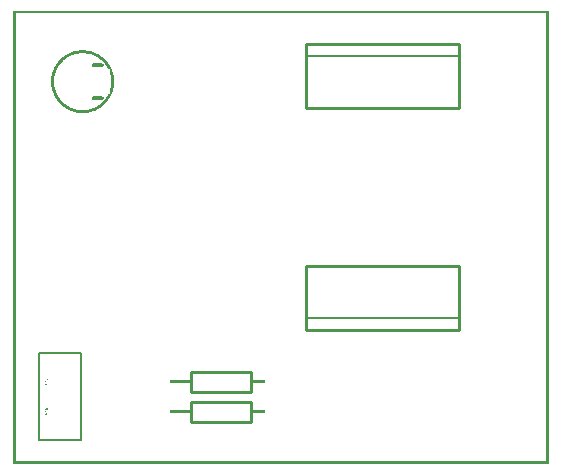
<source format=gto>
G04 MADE WITH FRITZING*
G04 WWW.FRITZING.ORG*
G04 DOUBLE SIDED*
G04 HOLES PLATED*
G04 CONTOUR ON CENTER OF CONTOUR VECTOR*
%ASAXBY*%
%FSLAX23Y23*%
%MOIN*%
%OFA0B0*%
%SFA1.0B1.0*%
%ADD10R,0.144999X0.295000X0.134999X0.285000*%
%ADD11C,0.005000*%
%ADD12C,0.010000*%
%ADD13R,0.001000X0.001000*%
%LNSILK1*%
G90*
G70*
G54D11*
X86Y369D02*
X226Y369D01*
X226Y79D01*
X86Y79D01*
X86Y369D01*
D02*
G54D12*
X590Y207D02*
X790Y207D01*
D02*
X790Y207D02*
X790Y141D01*
D02*
X790Y141D02*
X590Y141D01*
D02*
X590Y141D02*
X590Y207D01*
D02*
X590Y307D02*
X790Y307D01*
D02*
X790Y307D02*
X790Y241D01*
D02*
X790Y241D02*
X590Y241D01*
D02*
X590Y241D02*
X590Y307D01*
D02*
X1486Y662D02*
X976Y662D01*
D02*
X976Y662D02*
X976Y446D01*
D02*
X976Y446D02*
X1486Y446D01*
D02*
X1486Y446D02*
X1486Y662D01*
G54D11*
D02*
X976Y486D02*
X1486Y486D01*
G54D12*
D02*
X976Y1186D02*
X1486Y1186D01*
D02*
X1486Y1186D02*
X1486Y1402D01*
D02*
X1486Y1402D02*
X976Y1402D01*
D02*
X976Y1402D02*
X976Y1186D01*
G54D11*
D02*
X1486Y1362D02*
X976Y1362D01*
G54D13*
X0Y1510D02*
X1783Y1510D01*
X0Y1509D02*
X1783Y1509D01*
X0Y1508D02*
X1783Y1508D01*
X0Y1507D02*
X1783Y1507D01*
X0Y1506D02*
X1783Y1506D01*
X0Y1505D02*
X1783Y1505D01*
X0Y1504D02*
X1783Y1504D01*
X0Y1503D02*
X1783Y1503D01*
X0Y1502D02*
X7Y1502D01*
X1776Y1502D02*
X1783Y1502D01*
X0Y1501D02*
X7Y1501D01*
X1776Y1501D02*
X1783Y1501D01*
X0Y1500D02*
X7Y1500D01*
X1776Y1500D02*
X1783Y1500D01*
X0Y1499D02*
X7Y1499D01*
X1776Y1499D02*
X1783Y1499D01*
X0Y1498D02*
X7Y1498D01*
X1776Y1498D02*
X1783Y1498D01*
X0Y1497D02*
X7Y1497D01*
X1776Y1497D02*
X1783Y1497D01*
X0Y1496D02*
X7Y1496D01*
X1776Y1496D02*
X1783Y1496D01*
X0Y1495D02*
X7Y1495D01*
X1776Y1495D02*
X1783Y1495D01*
X0Y1494D02*
X7Y1494D01*
X1776Y1494D02*
X1783Y1494D01*
X0Y1493D02*
X7Y1493D01*
X1776Y1493D02*
X1783Y1493D01*
X0Y1492D02*
X7Y1492D01*
X1776Y1492D02*
X1783Y1492D01*
X0Y1491D02*
X7Y1491D01*
X1776Y1491D02*
X1783Y1491D01*
X0Y1490D02*
X7Y1490D01*
X1776Y1490D02*
X1783Y1490D01*
X0Y1489D02*
X7Y1489D01*
X1776Y1489D02*
X1783Y1489D01*
X0Y1488D02*
X7Y1488D01*
X1776Y1488D02*
X1783Y1488D01*
X0Y1487D02*
X7Y1487D01*
X1776Y1487D02*
X1783Y1487D01*
X0Y1486D02*
X7Y1486D01*
X1776Y1486D02*
X1783Y1486D01*
X0Y1485D02*
X7Y1485D01*
X1776Y1485D02*
X1783Y1485D01*
X0Y1484D02*
X7Y1484D01*
X1776Y1484D02*
X1783Y1484D01*
X0Y1483D02*
X7Y1483D01*
X1776Y1483D02*
X1783Y1483D01*
X0Y1482D02*
X7Y1482D01*
X1776Y1482D02*
X1783Y1482D01*
X0Y1481D02*
X7Y1481D01*
X1776Y1481D02*
X1783Y1481D01*
X0Y1480D02*
X7Y1480D01*
X1776Y1480D02*
X1783Y1480D01*
X0Y1479D02*
X7Y1479D01*
X1776Y1479D02*
X1783Y1479D01*
X0Y1478D02*
X7Y1478D01*
X1776Y1478D02*
X1783Y1478D01*
X0Y1477D02*
X7Y1477D01*
X1776Y1477D02*
X1783Y1477D01*
X0Y1476D02*
X7Y1476D01*
X1776Y1476D02*
X1783Y1476D01*
X0Y1475D02*
X7Y1475D01*
X1776Y1475D02*
X1783Y1475D01*
X0Y1474D02*
X7Y1474D01*
X1776Y1474D02*
X1783Y1474D01*
X0Y1473D02*
X7Y1473D01*
X1776Y1473D02*
X1783Y1473D01*
X0Y1472D02*
X7Y1472D01*
X1776Y1472D02*
X1783Y1472D01*
X0Y1471D02*
X7Y1471D01*
X1776Y1471D02*
X1783Y1471D01*
X0Y1470D02*
X7Y1470D01*
X1776Y1470D02*
X1783Y1470D01*
X0Y1469D02*
X7Y1469D01*
X1776Y1469D02*
X1783Y1469D01*
X0Y1468D02*
X7Y1468D01*
X1776Y1468D02*
X1783Y1468D01*
X0Y1467D02*
X7Y1467D01*
X1776Y1467D02*
X1783Y1467D01*
X0Y1466D02*
X7Y1466D01*
X1776Y1466D02*
X1783Y1466D01*
X0Y1465D02*
X7Y1465D01*
X1776Y1465D02*
X1783Y1465D01*
X0Y1464D02*
X7Y1464D01*
X1776Y1464D02*
X1783Y1464D01*
X0Y1463D02*
X7Y1463D01*
X1776Y1463D02*
X1783Y1463D01*
X0Y1462D02*
X7Y1462D01*
X1776Y1462D02*
X1783Y1462D01*
X0Y1461D02*
X7Y1461D01*
X1776Y1461D02*
X1783Y1461D01*
X0Y1460D02*
X7Y1460D01*
X1776Y1460D02*
X1783Y1460D01*
X0Y1459D02*
X7Y1459D01*
X1776Y1459D02*
X1783Y1459D01*
X0Y1458D02*
X7Y1458D01*
X1776Y1458D02*
X1783Y1458D01*
X0Y1457D02*
X7Y1457D01*
X1776Y1457D02*
X1783Y1457D01*
X0Y1456D02*
X7Y1456D01*
X1776Y1456D02*
X1783Y1456D01*
X0Y1455D02*
X7Y1455D01*
X1776Y1455D02*
X1783Y1455D01*
X0Y1454D02*
X7Y1454D01*
X1776Y1454D02*
X1783Y1454D01*
X0Y1453D02*
X7Y1453D01*
X1776Y1453D02*
X1783Y1453D01*
X0Y1452D02*
X7Y1452D01*
X1776Y1452D02*
X1783Y1452D01*
X0Y1451D02*
X7Y1451D01*
X1776Y1451D02*
X1783Y1451D01*
X0Y1450D02*
X7Y1450D01*
X1776Y1450D02*
X1783Y1450D01*
X0Y1449D02*
X7Y1449D01*
X1776Y1449D02*
X1783Y1449D01*
X0Y1448D02*
X7Y1448D01*
X1776Y1448D02*
X1783Y1448D01*
X0Y1447D02*
X7Y1447D01*
X1776Y1447D02*
X1783Y1447D01*
X0Y1446D02*
X7Y1446D01*
X1776Y1446D02*
X1783Y1446D01*
X0Y1445D02*
X7Y1445D01*
X1776Y1445D02*
X1783Y1445D01*
X0Y1444D02*
X7Y1444D01*
X1776Y1444D02*
X1783Y1444D01*
X0Y1443D02*
X7Y1443D01*
X1776Y1443D02*
X1783Y1443D01*
X0Y1442D02*
X7Y1442D01*
X1776Y1442D02*
X1783Y1442D01*
X0Y1441D02*
X7Y1441D01*
X1776Y1441D02*
X1783Y1441D01*
X0Y1440D02*
X7Y1440D01*
X1776Y1440D02*
X1783Y1440D01*
X0Y1439D02*
X7Y1439D01*
X1776Y1439D02*
X1783Y1439D01*
X0Y1438D02*
X7Y1438D01*
X1776Y1438D02*
X1783Y1438D01*
X0Y1437D02*
X7Y1437D01*
X1776Y1437D02*
X1783Y1437D01*
X0Y1436D02*
X7Y1436D01*
X1776Y1436D02*
X1783Y1436D01*
X0Y1435D02*
X7Y1435D01*
X1776Y1435D02*
X1783Y1435D01*
X0Y1434D02*
X7Y1434D01*
X1776Y1434D02*
X1783Y1434D01*
X0Y1433D02*
X7Y1433D01*
X1776Y1433D02*
X1783Y1433D01*
X0Y1432D02*
X7Y1432D01*
X1776Y1432D02*
X1783Y1432D01*
X0Y1431D02*
X7Y1431D01*
X1776Y1431D02*
X1783Y1431D01*
X0Y1430D02*
X7Y1430D01*
X1776Y1430D02*
X1783Y1430D01*
X0Y1429D02*
X7Y1429D01*
X1776Y1429D02*
X1783Y1429D01*
X0Y1428D02*
X7Y1428D01*
X1776Y1428D02*
X1783Y1428D01*
X0Y1427D02*
X7Y1427D01*
X1776Y1427D02*
X1783Y1427D01*
X0Y1426D02*
X7Y1426D01*
X1776Y1426D02*
X1783Y1426D01*
X0Y1425D02*
X7Y1425D01*
X1776Y1425D02*
X1783Y1425D01*
X0Y1424D02*
X7Y1424D01*
X1776Y1424D02*
X1783Y1424D01*
X0Y1423D02*
X7Y1423D01*
X1776Y1423D02*
X1783Y1423D01*
X0Y1422D02*
X7Y1422D01*
X1776Y1422D02*
X1783Y1422D01*
X0Y1421D02*
X7Y1421D01*
X1776Y1421D02*
X1783Y1421D01*
X0Y1420D02*
X7Y1420D01*
X1776Y1420D02*
X1783Y1420D01*
X0Y1419D02*
X7Y1419D01*
X1776Y1419D02*
X1783Y1419D01*
X0Y1418D02*
X7Y1418D01*
X1776Y1418D02*
X1783Y1418D01*
X0Y1417D02*
X7Y1417D01*
X1776Y1417D02*
X1783Y1417D01*
X0Y1416D02*
X7Y1416D01*
X1776Y1416D02*
X1783Y1416D01*
X0Y1415D02*
X7Y1415D01*
X1776Y1415D02*
X1783Y1415D01*
X0Y1414D02*
X7Y1414D01*
X1776Y1414D02*
X1783Y1414D01*
X0Y1413D02*
X7Y1413D01*
X1776Y1413D02*
X1783Y1413D01*
X0Y1412D02*
X7Y1412D01*
X1776Y1412D02*
X1783Y1412D01*
X0Y1411D02*
X7Y1411D01*
X1776Y1411D02*
X1783Y1411D01*
X0Y1410D02*
X7Y1410D01*
X1776Y1410D02*
X1783Y1410D01*
X0Y1409D02*
X7Y1409D01*
X1776Y1409D02*
X1783Y1409D01*
X0Y1408D02*
X7Y1408D01*
X1776Y1408D02*
X1783Y1408D01*
X0Y1407D02*
X7Y1407D01*
X1776Y1407D02*
X1783Y1407D01*
X0Y1406D02*
X7Y1406D01*
X1776Y1406D02*
X1783Y1406D01*
X0Y1405D02*
X7Y1405D01*
X1776Y1405D02*
X1783Y1405D01*
X0Y1404D02*
X7Y1404D01*
X1776Y1404D02*
X1783Y1404D01*
X0Y1403D02*
X7Y1403D01*
X1776Y1403D02*
X1783Y1403D01*
X0Y1402D02*
X7Y1402D01*
X1776Y1402D02*
X1783Y1402D01*
X0Y1401D02*
X7Y1401D01*
X1776Y1401D02*
X1783Y1401D01*
X0Y1400D02*
X7Y1400D01*
X1776Y1400D02*
X1783Y1400D01*
X0Y1399D02*
X7Y1399D01*
X1776Y1399D02*
X1783Y1399D01*
X0Y1398D02*
X7Y1398D01*
X1776Y1398D02*
X1783Y1398D01*
X0Y1397D02*
X7Y1397D01*
X1776Y1397D02*
X1783Y1397D01*
X0Y1396D02*
X7Y1396D01*
X1776Y1396D02*
X1783Y1396D01*
X0Y1395D02*
X7Y1395D01*
X1776Y1395D02*
X1783Y1395D01*
X0Y1394D02*
X7Y1394D01*
X1776Y1394D02*
X1783Y1394D01*
X0Y1393D02*
X7Y1393D01*
X1776Y1393D02*
X1783Y1393D01*
X0Y1392D02*
X7Y1392D01*
X1776Y1392D02*
X1783Y1392D01*
X0Y1391D02*
X7Y1391D01*
X1776Y1391D02*
X1783Y1391D01*
X0Y1390D02*
X7Y1390D01*
X1776Y1390D02*
X1783Y1390D01*
X0Y1389D02*
X7Y1389D01*
X1776Y1389D02*
X1783Y1389D01*
X0Y1388D02*
X7Y1388D01*
X1776Y1388D02*
X1783Y1388D01*
X0Y1387D02*
X7Y1387D01*
X1776Y1387D02*
X1783Y1387D01*
X0Y1386D02*
X7Y1386D01*
X1776Y1386D02*
X1783Y1386D01*
X0Y1385D02*
X7Y1385D01*
X1776Y1385D02*
X1783Y1385D01*
X0Y1384D02*
X7Y1384D01*
X1776Y1384D02*
X1783Y1384D01*
X0Y1383D02*
X7Y1383D01*
X1776Y1383D02*
X1783Y1383D01*
X0Y1382D02*
X7Y1382D01*
X1776Y1382D02*
X1783Y1382D01*
X0Y1381D02*
X7Y1381D01*
X1776Y1381D02*
X1783Y1381D01*
X0Y1380D02*
X7Y1380D01*
X1776Y1380D02*
X1783Y1380D01*
X0Y1379D02*
X7Y1379D01*
X219Y1379D02*
X241Y1379D01*
X1776Y1379D02*
X1783Y1379D01*
X0Y1378D02*
X7Y1378D01*
X213Y1378D02*
X248Y1378D01*
X1776Y1378D02*
X1783Y1378D01*
X0Y1377D02*
X7Y1377D01*
X208Y1377D02*
X253Y1377D01*
X1776Y1377D02*
X1783Y1377D01*
X0Y1376D02*
X7Y1376D01*
X204Y1376D02*
X257Y1376D01*
X1776Y1376D02*
X1783Y1376D01*
X0Y1375D02*
X7Y1375D01*
X200Y1375D02*
X261Y1375D01*
X1776Y1375D02*
X1783Y1375D01*
X0Y1374D02*
X7Y1374D01*
X197Y1374D02*
X264Y1374D01*
X1776Y1374D02*
X1783Y1374D01*
X0Y1373D02*
X7Y1373D01*
X194Y1373D02*
X267Y1373D01*
X1776Y1373D02*
X1783Y1373D01*
X0Y1372D02*
X7Y1372D01*
X192Y1372D02*
X269Y1372D01*
X1776Y1372D02*
X1783Y1372D01*
X0Y1371D02*
X7Y1371D01*
X189Y1371D02*
X271Y1371D01*
X1776Y1371D02*
X1783Y1371D01*
X0Y1370D02*
X7Y1370D01*
X187Y1370D02*
X274Y1370D01*
X1776Y1370D02*
X1783Y1370D01*
X0Y1369D02*
X7Y1369D01*
X185Y1369D02*
X219Y1369D01*
X242Y1369D02*
X276Y1369D01*
X1776Y1369D02*
X1783Y1369D01*
X0Y1368D02*
X7Y1368D01*
X183Y1368D02*
X212Y1368D01*
X249Y1368D02*
X278Y1368D01*
X1776Y1368D02*
X1783Y1368D01*
X0Y1367D02*
X7Y1367D01*
X181Y1367D02*
X207Y1367D01*
X254Y1367D02*
X280Y1367D01*
X1776Y1367D02*
X1783Y1367D01*
X0Y1366D02*
X7Y1366D01*
X179Y1366D02*
X203Y1366D01*
X257Y1366D02*
X281Y1366D01*
X1776Y1366D02*
X1783Y1366D01*
X0Y1365D02*
X7Y1365D01*
X178Y1365D02*
X200Y1365D01*
X261Y1365D02*
X283Y1365D01*
X1776Y1365D02*
X1783Y1365D01*
X0Y1364D02*
X7Y1364D01*
X176Y1364D02*
X198Y1364D01*
X263Y1364D02*
X285Y1364D01*
X1776Y1364D02*
X1783Y1364D01*
X0Y1363D02*
X7Y1363D01*
X174Y1363D02*
X195Y1363D01*
X266Y1363D02*
X286Y1363D01*
X1776Y1363D02*
X1783Y1363D01*
X0Y1362D02*
X7Y1362D01*
X173Y1362D02*
X192Y1362D01*
X269Y1362D02*
X288Y1362D01*
X1776Y1362D02*
X1783Y1362D01*
X0Y1361D02*
X7Y1361D01*
X171Y1361D02*
X190Y1361D01*
X271Y1361D02*
X290Y1361D01*
X1776Y1361D02*
X1783Y1361D01*
X0Y1360D02*
X7Y1360D01*
X170Y1360D02*
X188Y1360D01*
X273Y1360D02*
X291Y1360D01*
X1776Y1360D02*
X1783Y1360D01*
X0Y1359D02*
X7Y1359D01*
X169Y1359D02*
X186Y1359D01*
X275Y1359D02*
X292Y1359D01*
X1776Y1359D02*
X1783Y1359D01*
X0Y1358D02*
X7Y1358D01*
X167Y1358D02*
X184Y1358D01*
X277Y1358D02*
X294Y1358D01*
X1776Y1358D02*
X1783Y1358D01*
X0Y1357D02*
X7Y1357D01*
X166Y1357D02*
X182Y1357D01*
X278Y1357D02*
X295Y1357D01*
X1776Y1357D02*
X1783Y1357D01*
X0Y1356D02*
X7Y1356D01*
X165Y1356D02*
X181Y1356D01*
X280Y1356D02*
X296Y1356D01*
X1776Y1356D02*
X1783Y1356D01*
X0Y1355D02*
X7Y1355D01*
X163Y1355D02*
X179Y1355D01*
X282Y1355D02*
X297Y1355D01*
X1776Y1355D02*
X1783Y1355D01*
X0Y1354D02*
X7Y1354D01*
X162Y1354D02*
X178Y1354D01*
X283Y1354D02*
X299Y1354D01*
X1776Y1354D02*
X1783Y1354D01*
X0Y1353D02*
X7Y1353D01*
X161Y1353D02*
X176Y1353D01*
X285Y1353D02*
X300Y1353D01*
X1776Y1353D02*
X1783Y1353D01*
X0Y1352D02*
X7Y1352D01*
X160Y1352D02*
X175Y1352D01*
X286Y1352D02*
X301Y1352D01*
X1776Y1352D02*
X1783Y1352D01*
X0Y1351D02*
X7Y1351D01*
X159Y1351D02*
X173Y1351D01*
X287Y1351D02*
X302Y1351D01*
X1776Y1351D02*
X1783Y1351D01*
X0Y1350D02*
X7Y1350D01*
X158Y1350D02*
X172Y1350D01*
X289Y1350D02*
X303Y1350D01*
X1776Y1350D02*
X1783Y1350D01*
X0Y1349D02*
X7Y1349D01*
X157Y1349D02*
X171Y1349D01*
X290Y1349D02*
X304Y1349D01*
X1776Y1349D02*
X1783Y1349D01*
X0Y1348D02*
X7Y1348D01*
X156Y1348D02*
X169Y1348D01*
X291Y1348D02*
X305Y1348D01*
X1776Y1348D02*
X1783Y1348D01*
X0Y1347D02*
X7Y1347D01*
X155Y1347D02*
X168Y1347D01*
X292Y1347D02*
X306Y1347D01*
X1776Y1347D02*
X1783Y1347D01*
X0Y1346D02*
X7Y1346D01*
X154Y1346D02*
X167Y1346D01*
X294Y1346D02*
X307Y1346D01*
X1776Y1346D02*
X1783Y1346D01*
X0Y1345D02*
X7Y1345D01*
X153Y1345D02*
X166Y1345D01*
X295Y1345D02*
X308Y1345D01*
X1776Y1345D02*
X1783Y1345D01*
X0Y1344D02*
X7Y1344D01*
X152Y1344D02*
X165Y1344D01*
X296Y1344D02*
X309Y1344D01*
X1776Y1344D02*
X1783Y1344D01*
X0Y1343D02*
X7Y1343D01*
X151Y1343D02*
X164Y1343D01*
X297Y1343D02*
X310Y1343D01*
X1776Y1343D02*
X1783Y1343D01*
X0Y1342D02*
X7Y1342D01*
X150Y1342D02*
X163Y1342D01*
X298Y1342D02*
X310Y1342D01*
X1776Y1342D02*
X1783Y1342D01*
X0Y1341D02*
X7Y1341D01*
X150Y1341D02*
X162Y1341D01*
X299Y1341D02*
X311Y1341D01*
X1776Y1341D02*
X1783Y1341D01*
X0Y1340D02*
X7Y1340D01*
X149Y1340D02*
X161Y1340D01*
X300Y1340D02*
X312Y1340D01*
X1776Y1340D02*
X1783Y1340D01*
X0Y1339D02*
X7Y1339D01*
X148Y1339D02*
X160Y1339D01*
X301Y1339D02*
X313Y1339D01*
X1776Y1339D02*
X1783Y1339D01*
X0Y1338D02*
X7Y1338D01*
X147Y1338D02*
X159Y1338D01*
X302Y1338D02*
X313Y1338D01*
X1776Y1338D02*
X1783Y1338D01*
X0Y1337D02*
X7Y1337D01*
X147Y1337D02*
X158Y1337D01*
X303Y1337D02*
X314Y1337D01*
X1776Y1337D02*
X1783Y1337D01*
X0Y1336D02*
X7Y1336D01*
X146Y1336D02*
X157Y1336D01*
X303Y1336D02*
X315Y1336D01*
X1776Y1336D02*
X1783Y1336D01*
X0Y1335D02*
X7Y1335D01*
X145Y1335D02*
X157Y1335D01*
X265Y1335D02*
X296Y1335D01*
X304Y1335D02*
X316Y1335D01*
X1776Y1335D02*
X1783Y1335D01*
X0Y1334D02*
X7Y1334D01*
X144Y1334D02*
X156Y1334D01*
X263Y1334D02*
X298Y1334D01*
X305Y1334D02*
X316Y1334D01*
X1776Y1334D02*
X1783Y1334D01*
X0Y1333D02*
X7Y1333D01*
X144Y1333D02*
X155Y1333D01*
X262Y1333D02*
X299Y1333D01*
X306Y1333D02*
X317Y1333D01*
X1776Y1333D02*
X1783Y1333D01*
X0Y1332D02*
X7Y1332D01*
X143Y1332D02*
X154Y1332D01*
X261Y1332D02*
X300Y1332D01*
X307Y1332D02*
X318Y1332D01*
X1776Y1332D02*
X1783Y1332D01*
X0Y1331D02*
X7Y1331D01*
X142Y1331D02*
X153Y1331D01*
X261Y1331D02*
X300Y1331D01*
X307Y1331D02*
X318Y1331D01*
X1776Y1331D02*
X1783Y1331D01*
X0Y1330D02*
X7Y1330D01*
X142Y1330D02*
X153Y1330D01*
X260Y1330D02*
X300Y1330D01*
X308Y1330D02*
X319Y1330D01*
X1776Y1330D02*
X1783Y1330D01*
X0Y1329D02*
X7Y1329D01*
X141Y1329D02*
X152Y1329D01*
X261Y1329D02*
X300Y1329D01*
X309Y1329D02*
X320Y1329D01*
X1776Y1329D02*
X1783Y1329D01*
X0Y1328D02*
X7Y1328D01*
X141Y1328D02*
X151Y1328D01*
X261Y1328D02*
X300Y1328D01*
X310Y1328D02*
X320Y1328D01*
X1776Y1328D02*
X1783Y1328D01*
X0Y1327D02*
X7Y1327D01*
X140Y1327D02*
X151Y1327D01*
X261Y1327D02*
X300Y1327D01*
X310Y1327D02*
X321Y1327D01*
X1776Y1327D02*
X1783Y1327D01*
X0Y1326D02*
X7Y1326D01*
X139Y1326D02*
X150Y1326D01*
X262Y1326D02*
X299Y1326D01*
X311Y1326D02*
X321Y1326D01*
X1776Y1326D02*
X1783Y1326D01*
X0Y1325D02*
X7Y1325D01*
X139Y1325D02*
X149Y1325D01*
X263Y1325D02*
X298Y1325D01*
X311Y1325D02*
X322Y1325D01*
X1776Y1325D02*
X1783Y1325D01*
X0Y1324D02*
X7Y1324D01*
X138Y1324D02*
X149Y1324D01*
X312Y1324D02*
X323Y1324D01*
X1776Y1324D02*
X1783Y1324D01*
X0Y1323D02*
X7Y1323D01*
X138Y1323D02*
X148Y1323D01*
X313Y1323D02*
X323Y1323D01*
X1776Y1323D02*
X1783Y1323D01*
X0Y1322D02*
X7Y1322D01*
X137Y1322D02*
X148Y1322D01*
X313Y1322D02*
X323Y1322D01*
X1776Y1322D02*
X1783Y1322D01*
X0Y1321D02*
X7Y1321D01*
X137Y1321D02*
X147Y1321D01*
X314Y1321D02*
X324Y1321D01*
X1776Y1321D02*
X1783Y1321D01*
X0Y1320D02*
X7Y1320D01*
X136Y1320D02*
X146Y1320D01*
X315Y1320D02*
X324Y1320D01*
X1776Y1320D02*
X1783Y1320D01*
X0Y1319D02*
X7Y1319D01*
X136Y1319D02*
X146Y1319D01*
X315Y1319D02*
X325Y1319D01*
X1776Y1319D02*
X1783Y1319D01*
X0Y1318D02*
X7Y1318D01*
X135Y1318D02*
X145Y1318D01*
X316Y1318D02*
X325Y1318D01*
X1776Y1318D02*
X1783Y1318D01*
X0Y1317D02*
X7Y1317D01*
X135Y1317D02*
X145Y1317D01*
X323Y1317D02*
X326Y1317D01*
X1776Y1317D02*
X1783Y1317D01*
X0Y1316D02*
X7Y1316D01*
X134Y1316D02*
X144Y1316D01*
X323Y1316D02*
X326Y1316D01*
X1776Y1316D02*
X1783Y1316D01*
X0Y1315D02*
X7Y1315D01*
X134Y1315D02*
X144Y1315D01*
X323Y1315D02*
X327Y1315D01*
X1776Y1315D02*
X1783Y1315D01*
X0Y1314D02*
X7Y1314D01*
X134Y1314D02*
X143Y1314D01*
X323Y1314D02*
X327Y1314D01*
X1776Y1314D02*
X1783Y1314D01*
X0Y1313D02*
X7Y1313D01*
X133Y1313D02*
X143Y1313D01*
X323Y1313D02*
X328Y1313D01*
X1776Y1313D02*
X1783Y1313D01*
X0Y1312D02*
X7Y1312D01*
X133Y1312D02*
X142Y1312D01*
X323Y1312D02*
X328Y1312D01*
X1776Y1312D02*
X1783Y1312D01*
X0Y1311D02*
X7Y1311D01*
X132Y1311D02*
X142Y1311D01*
X323Y1311D02*
X328Y1311D01*
X1776Y1311D02*
X1783Y1311D01*
X0Y1310D02*
X7Y1310D01*
X132Y1310D02*
X142Y1310D01*
X323Y1310D02*
X329Y1310D01*
X1776Y1310D02*
X1783Y1310D01*
X0Y1309D02*
X7Y1309D01*
X132Y1309D02*
X141Y1309D01*
X323Y1309D02*
X329Y1309D01*
X1776Y1309D02*
X1783Y1309D01*
X0Y1308D02*
X7Y1308D01*
X131Y1308D02*
X141Y1308D01*
X323Y1308D02*
X329Y1308D01*
X1776Y1308D02*
X1783Y1308D01*
X0Y1307D02*
X7Y1307D01*
X131Y1307D02*
X141Y1307D01*
X323Y1307D02*
X330Y1307D01*
X1776Y1307D02*
X1783Y1307D01*
X0Y1306D02*
X7Y1306D01*
X131Y1306D02*
X140Y1306D01*
X323Y1306D02*
X330Y1306D01*
X1776Y1306D02*
X1783Y1306D01*
X0Y1305D02*
X7Y1305D01*
X130Y1305D02*
X140Y1305D01*
X323Y1305D02*
X330Y1305D01*
X1776Y1305D02*
X1783Y1305D01*
X0Y1304D02*
X7Y1304D01*
X130Y1304D02*
X139Y1304D01*
X323Y1304D02*
X331Y1304D01*
X1776Y1304D02*
X1783Y1304D01*
X0Y1303D02*
X7Y1303D01*
X130Y1303D02*
X139Y1303D01*
X323Y1303D02*
X331Y1303D01*
X1776Y1303D02*
X1783Y1303D01*
X0Y1302D02*
X7Y1302D01*
X130Y1302D02*
X139Y1302D01*
X323Y1302D02*
X331Y1302D01*
X1776Y1302D02*
X1783Y1302D01*
X0Y1301D02*
X7Y1301D01*
X129Y1301D02*
X139Y1301D01*
X323Y1301D02*
X332Y1301D01*
X1776Y1301D02*
X1783Y1301D01*
X0Y1300D02*
X7Y1300D01*
X129Y1300D02*
X138Y1300D01*
X323Y1300D02*
X332Y1300D01*
X1776Y1300D02*
X1783Y1300D01*
X0Y1299D02*
X7Y1299D01*
X129Y1299D02*
X138Y1299D01*
X323Y1299D02*
X332Y1299D01*
X1776Y1299D02*
X1783Y1299D01*
X0Y1298D02*
X7Y1298D01*
X129Y1298D02*
X138Y1298D01*
X323Y1298D02*
X332Y1298D01*
X1776Y1298D02*
X1783Y1298D01*
X0Y1297D02*
X7Y1297D01*
X128Y1297D02*
X138Y1297D01*
X323Y1297D02*
X332Y1297D01*
X1776Y1297D02*
X1783Y1297D01*
X0Y1296D02*
X7Y1296D01*
X128Y1296D02*
X137Y1296D01*
X324Y1296D02*
X333Y1296D01*
X1776Y1296D02*
X1783Y1296D01*
X0Y1295D02*
X7Y1295D01*
X128Y1295D02*
X137Y1295D01*
X324Y1295D02*
X333Y1295D01*
X1776Y1295D02*
X1783Y1295D01*
X0Y1294D02*
X7Y1294D01*
X128Y1294D02*
X137Y1294D01*
X324Y1294D02*
X333Y1294D01*
X1776Y1294D02*
X1783Y1294D01*
X0Y1293D02*
X7Y1293D01*
X128Y1293D02*
X137Y1293D01*
X324Y1293D02*
X333Y1293D01*
X1776Y1293D02*
X1783Y1293D01*
X0Y1292D02*
X7Y1292D01*
X127Y1292D02*
X136Y1292D01*
X324Y1292D02*
X333Y1292D01*
X1776Y1292D02*
X1783Y1292D01*
X0Y1291D02*
X7Y1291D01*
X127Y1291D02*
X136Y1291D01*
X325Y1291D02*
X334Y1291D01*
X1776Y1291D02*
X1783Y1291D01*
X0Y1290D02*
X7Y1290D01*
X127Y1290D02*
X136Y1290D01*
X325Y1290D02*
X334Y1290D01*
X1776Y1290D02*
X1783Y1290D01*
X0Y1289D02*
X7Y1289D01*
X127Y1289D02*
X136Y1289D01*
X325Y1289D02*
X334Y1289D01*
X1776Y1289D02*
X1783Y1289D01*
X0Y1288D02*
X7Y1288D01*
X127Y1288D02*
X136Y1288D01*
X325Y1288D02*
X334Y1288D01*
X1776Y1288D02*
X1783Y1288D01*
X0Y1287D02*
X7Y1287D01*
X127Y1287D02*
X136Y1287D01*
X325Y1287D02*
X334Y1287D01*
X1776Y1287D02*
X1783Y1287D01*
X0Y1286D02*
X7Y1286D01*
X127Y1286D02*
X136Y1286D01*
X325Y1286D02*
X334Y1286D01*
X1776Y1286D02*
X1783Y1286D01*
X0Y1285D02*
X7Y1285D01*
X126Y1285D02*
X135Y1285D01*
X325Y1285D02*
X334Y1285D01*
X1776Y1285D02*
X1783Y1285D01*
X0Y1284D02*
X7Y1284D01*
X126Y1284D02*
X135Y1284D01*
X325Y1284D02*
X334Y1284D01*
X1776Y1284D02*
X1783Y1284D01*
X0Y1283D02*
X7Y1283D01*
X126Y1283D02*
X135Y1283D01*
X326Y1283D02*
X335Y1283D01*
X1776Y1283D02*
X1783Y1283D01*
X0Y1282D02*
X7Y1282D01*
X126Y1282D02*
X135Y1282D01*
X326Y1282D02*
X335Y1282D01*
X1776Y1282D02*
X1783Y1282D01*
X0Y1281D02*
X7Y1281D01*
X126Y1281D02*
X135Y1281D01*
X326Y1281D02*
X335Y1281D01*
X1776Y1281D02*
X1783Y1281D01*
X0Y1280D02*
X7Y1280D01*
X126Y1280D02*
X135Y1280D01*
X326Y1280D02*
X335Y1280D01*
X1776Y1280D02*
X1783Y1280D01*
X0Y1279D02*
X7Y1279D01*
X126Y1279D02*
X135Y1279D01*
X326Y1279D02*
X335Y1279D01*
X1776Y1279D02*
X1783Y1279D01*
X0Y1278D02*
X7Y1278D01*
X126Y1278D02*
X135Y1278D01*
X326Y1278D02*
X335Y1278D01*
X1776Y1278D02*
X1783Y1278D01*
X0Y1277D02*
X7Y1277D01*
X126Y1277D02*
X135Y1277D01*
X326Y1277D02*
X335Y1277D01*
X1776Y1277D02*
X1783Y1277D01*
X0Y1276D02*
X7Y1276D01*
X126Y1276D02*
X135Y1276D01*
X326Y1276D02*
X335Y1276D01*
X1776Y1276D02*
X1783Y1276D01*
X0Y1275D02*
X7Y1275D01*
X126Y1275D02*
X135Y1275D01*
X326Y1275D02*
X335Y1275D01*
X1776Y1275D02*
X1783Y1275D01*
X0Y1274D02*
X7Y1274D01*
X126Y1274D02*
X135Y1274D01*
X326Y1274D02*
X335Y1274D01*
X1776Y1274D02*
X1783Y1274D01*
X0Y1273D02*
X7Y1273D01*
X126Y1273D02*
X135Y1273D01*
X326Y1273D02*
X335Y1273D01*
X1776Y1273D02*
X1783Y1273D01*
X0Y1272D02*
X7Y1272D01*
X126Y1272D02*
X135Y1272D01*
X326Y1272D02*
X335Y1272D01*
X1776Y1272D02*
X1783Y1272D01*
X0Y1271D02*
X7Y1271D01*
X126Y1271D02*
X135Y1271D01*
X326Y1271D02*
X335Y1271D01*
X1776Y1271D02*
X1783Y1271D01*
X0Y1270D02*
X7Y1270D01*
X126Y1270D02*
X135Y1270D01*
X326Y1270D02*
X335Y1270D01*
X1776Y1270D02*
X1783Y1270D01*
X0Y1269D02*
X7Y1269D01*
X126Y1269D02*
X135Y1269D01*
X326Y1269D02*
X335Y1269D01*
X1776Y1269D02*
X1783Y1269D01*
X0Y1268D02*
X7Y1268D01*
X126Y1268D02*
X135Y1268D01*
X326Y1268D02*
X335Y1268D01*
X1776Y1268D02*
X1783Y1268D01*
X0Y1267D02*
X7Y1267D01*
X126Y1267D02*
X135Y1267D01*
X326Y1267D02*
X335Y1267D01*
X1776Y1267D02*
X1783Y1267D01*
X0Y1266D02*
X7Y1266D01*
X126Y1266D02*
X135Y1266D01*
X326Y1266D02*
X335Y1266D01*
X1776Y1266D02*
X1783Y1266D01*
X0Y1265D02*
X7Y1265D01*
X126Y1265D02*
X135Y1265D01*
X325Y1265D02*
X334Y1265D01*
X1776Y1265D02*
X1783Y1265D01*
X0Y1264D02*
X7Y1264D01*
X126Y1264D02*
X136Y1264D01*
X325Y1264D02*
X334Y1264D01*
X1776Y1264D02*
X1783Y1264D01*
X0Y1263D02*
X7Y1263D01*
X127Y1263D02*
X136Y1263D01*
X325Y1263D02*
X334Y1263D01*
X1776Y1263D02*
X1783Y1263D01*
X0Y1262D02*
X7Y1262D01*
X127Y1262D02*
X136Y1262D01*
X325Y1262D02*
X334Y1262D01*
X1776Y1262D02*
X1783Y1262D01*
X0Y1261D02*
X7Y1261D01*
X127Y1261D02*
X136Y1261D01*
X325Y1261D02*
X334Y1261D01*
X1776Y1261D02*
X1783Y1261D01*
X0Y1260D02*
X7Y1260D01*
X127Y1260D02*
X136Y1260D01*
X325Y1260D02*
X334Y1260D01*
X1776Y1260D02*
X1783Y1260D01*
X0Y1259D02*
X7Y1259D01*
X127Y1259D02*
X136Y1259D01*
X325Y1259D02*
X334Y1259D01*
X1776Y1259D02*
X1783Y1259D01*
X0Y1258D02*
X7Y1258D01*
X127Y1258D02*
X136Y1258D01*
X324Y1258D02*
X334Y1258D01*
X1776Y1258D02*
X1783Y1258D01*
X0Y1257D02*
X7Y1257D01*
X127Y1257D02*
X137Y1257D01*
X324Y1257D02*
X333Y1257D01*
X1776Y1257D02*
X1783Y1257D01*
X0Y1256D02*
X7Y1256D01*
X128Y1256D02*
X137Y1256D01*
X324Y1256D02*
X333Y1256D01*
X1776Y1256D02*
X1783Y1256D01*
X0Y1255D02*
X7Y1255D01*
X128Y1255D02*
X137Y1255D01*
X324Y1255D02*
X333Y1255D01*
X1776Y1255D02*
X1783Y1255D01*
X0Y1254D02*
X7Y1254D01*
X128Y1254D02*
X137Y1254D01*
X324Y1254D02*
X333Y1254D01*
X1776Y1254D02*
X1783Y1254D01*
X0Y1253D02*
X7Y1253D01*
X128Y1253D02*
X137Y1253D01*
X323Y1253D02*
X333Y1253D01*
X1776Y1253D02*
X1783Y1253D01*
X0Y1252D02*
X7Y1252D01*
X128Y1252D02*
X138Y1252D01*
X323Y1252D02*
X332Y1252D01*
X1776Y1252D02*
X1783Y1252D01*
X0Y1251D02*
X7Y1251D01*
X129Y1251D02*
X138Y1251D01*
X323Y1251D02*
X332Y1251D01*
X1776Y1251D02*
X1783Y1251D01*
X0Y1250D02*
X7Y1250D01*
X129Y1250D02*
X138Y1250D01*
X323Y1250D02*
X332Y1250D01*
X1776Y1250D02*
X1783Y1250D01*
X0Y1249D02*
X7Y1249D01*
X129Y1249D02*
X138Y1249D01*
X323Y1249D02*
X332Y1249D01*
X1776Y1249D02*
X1783Y1249D01*
X0Y1248D02*
X7Y1248D01*
X129Y1248D02*
X139Y1248D01*
X323Y1248D02*
X331Y1248D01*
X1776Y1248D02*
X1783Y1248D01*
X0Y1247D02*
X7Y1247D01*
X130Y1247D02*
X139Y1247D01*
X323Y1247D02*
X331Y1247D01*
X1776Y1247D02*
X1783Y1247D01*
X0Y1246D02*
X7Y1246D01*
X130Y1246D02*
X139Y1246D01*
X323Y1246D02*
X331Y1246D01*
X1776Y1246D02*
X1783Y1246D01*
X0Y1245D02*
X7Y1245D01*
X130Y1245D02*
X140Y1245D01*
X323Y1245D02*
X331Y1245D01*
X1776Y1245D02*
X1783Y1245D01*
X0Y1244D02*
X7Y1244D01*
X131Y1244D02*
X140Y1244D01*
X323Y1244D02*
X330Y1244D01*
X1776Y1244D02*
X1783Y1244D01*
X0Y1243D02*
X7Y1243D01*
X131Y1243D02*
X140Y1243D01*
X323Y1243D02*
X330Y1243D01*
X1776Y1243D02*
X1783Y1243D01*
X0Y1242D02*
X7Y1242D01*
X131Y1242D02*
X141Y1242D01*
X323Y1242D02*
X330Y1242D01*
X1776Y1242D02*
X1783Y1242D01*
X0Y1241D02*
X7Y1241D01*
X132Y1241D02*
X141Y1241D01*
X323Y1241D02*
X329Y1241D01*
X1776Y1241D02*
X1783Y1241D01*
X0Y1240D02*
X7Y1240D01*
X132Y1240D02*
X141Y1240D01*
X323Y1240D02*
X329Y1240D01*
X1776Y1240D02*
X1783Y1240D01*
X0Y1239D02*
X7Y1239D01*
X132Y1239D02*
X142Y1239D01*
X323Y1239D02*
X329Y1239D01*
X1776Y1239D02*
X1783Y1239D01*
X0Y1238D02*
X7Y1238D01*
X133Y1238D02*
X142Y1238D01*
X323Y1238D02*
X328Y1238D01*
X1776Y1238D02*
X1783Y1238D01*
X0Y1237D02*
X7Y1237D01*
X133Y1237D02*
X143Y1237D01*
X323Y1237D02*
X328Y1237D01*
X1776Y1237D02*
X1783Y1237D01*
X0Y1236D02*
X7Y1236D01*
X133Y1236D02*
X143Y1236D01*
X323Y1236D02*
X327Y1236D01*
X1776Y1236D02*
X1783Y1236D01*
X0Y1235D02*
X7Y1235D01*
X134Y1235D02*
X144Y1235D01*
X323Y1235D02*
X327Y1235D01*
X1776Y1235D02*
X1783Y1235D01*
X0Y1234D02*
X7Y1234D01*
X134Y1234D02*
X144Y1234D01*
X323Y1234D02*
X327Y1234D01*
X1776Y1234D02*
X1783Y1234D01*
X0Y1233D02*
X7Y1233D01*
X135Y1233D02*
X145Y1233D01*
X323Y1233D02*
X326Y1233D01*
X1776Y1233D02*
X1783Y1233D01*
X0Y1232D02*
X7Y1232D01*
X135Y1232D02*
X145Y1232D01*
X316Y1232D02*
X326Y1232D01*
X1776Y1232D02*
X1783Y1232D01*
X0Y1231D02*
X7Y1231D01*
X136Y1231D02*
X146Y1231D01*
X315Y1231D02*
X325Y1231D01*
X1776Y1231D02*
X1783Y1231D01*
X0Y1230D02*
X7Y1230D01*
X136Y1230D02*
X146Y1230D01*
X315Y1230D02*
X325Y1230D01*
X1776Y1230D02*
X1783Y1230D01*
X0Y1229D02*
X7Y1229D01*
X137Y1229D02*
X147Y1229D01*
X314Y1229D02*
X324Y1229D01*
X1776Y1229D02*
X1783Y1229D01*
X0Y1228D02*
X7Y1228D01*
X137Y1228D02*
X147Y1228D01*
X314Y1228D02*
X324Y1228D01*
X1776Y1228D02*
X1783Y1228D01*
X0Y1227D02*
X7Y1227D01*
X138Y1227D02*
X148Y1227D01*
X313Y1227D02*
X323Y1227D01*
X1776Y1227D02*
X1783Y1227D01*
X0Y1226D02*
X7Y1226D01*
X138Y1226D02*
X148Y1226D01*
X312Y1226D02*
X323Y1226D01*
X1776Y1226D02*
X1783Y1226D01*
X0Y1225D02*
X7Y1225D01*
X139Y1225D02*
X149Y1225D01*
X265Y1225D02*
X296Y1225D01*
X312Y1225D02*
X322Y1225D01*
X1776Y1225D02*
X1783Y1225D01*
X0Y1224D02*
X7Y1224D01*
X139Y1224D02*
X150Y1224D01*
X263Y1224D02*
X298Y1224D01*
X311Y1224D02*
X322Y1224D01*
X1776Y1224D02*
X1783Y1224D01*
X0Y1223D02*
X7Y1223D01*
X140Y1223D02*
X150Y1223D01*
X262Y1223D02*
X299Y1223D01*
X311Y1223D02*
X321Y1223D01*
X1776Y1223D02*
X1783Y1223D01*
X0Y1222D02*
X7Y1222D01*
X140Y1222D02*
X151Y1222D01*
X261Y1222D02*
X300Y1222D01*
X310Y1222D02*
X321Y1222D01*
X1776Y1222D02*
X1783Y1222D01*
X0Y1221D02*
X7Y1221D01*
X141Y1221D02*
X152Y1221D01*
X261Y1221D02*
X300Y1221D01*
X309Y1221D02*
X320Y1221D01*
X1776Y1221D02*
X1783Y1221D01*
X0Y1220D02*
X7Y1220D01*
X142Y1220D02*
X152Y1220D01*
X260Y1220D02*
X300Y1220D01*
X309Y1220D02*
X319Y1220D01*
X1776Y1220D02*
X1783Y1220D01*
X0Y1219D02*
X7Y1219D01*
X142Y1219D02*
X153Y1219D01*
X261Y1219D02*
X300Y1219D01*
X308Y1219D02*
X319Y1219D01*
X1776Y1219D02*
X1783Y1219D01*
X0Y1218D02*
X7Y1218D01*
X143Y1218D02*
X154Y1218D01*
X261Y1218D02*
X300Y1218D01*
X307Y1218D02*
X318Y1218D01*
X1776Y1218D02*
X1783Y1218D01*
X0Y1217D02*
X7Y1217D01*
X143Y1217D02*
X155Y1217D01*
X261Y1217D02*
X300Y1217D01*
X306Y1217D02*
X317Y1217D01*
X1776Y1217D02*
X1783Y1217D01*
X0Y1216D02*
X7Y1216D01*
X144Y1216D02*
X155Y1216D01*
X262Y1216D02*
X299Y1216D01*
X306Y1216D02*
X317Y1216D01*
X1776Y1216D02*
X1783Y1216D01*
X0Y1215D02*
X7Y1215D01*
X145Y1215D02*
X156Y1215D01*
X263Y1215D02*
X298Y1215D01*
X305Y1215D02*
X316Y1215D01*
X1776Y1215D02*
X1783Y1215D01*
X0Y1214D02*
X7Y1214D01*
X145Y1214D02*
X157Y1214D01*
X304Y1214D02*
X315Y1214D01*
X1776Y1214D02*
X1783Y1214D01*
X0Y1213D02*
X7Y1213D01*
X146Y1213D02*
X158Y1213D01*
X303Y1213D02*
X315Y1213D01*
X1776Y1213D02*
X1783Y1213D01*
X0Y1212D02*
X7Y1212D01*
X147Y1212D02*
X159Y1212D01*
X302Y1212D02*
X314Y1212D01*
X1776Y1212D02*
X1783Y1212D01*
X0Y1211D02*
X7Y1211D01*
X148Y1211D02*
X160Y1211D01*
X301Y1211D02*
X313Y1211D01*
X1776Y1211D02*
X1783Y1211D01*
X0Y1210D02*
X7Y1210D01*
X148Y1210D02*
X161Y1210D01*
X300Y1210D02*
X312Y1210D01*
X1776Y1210D02*
X1783Y1210D01*
X0Y1209D02*
X7Y1209D01*
X149Y1209D02*
X161Y1209D01*
X299Y1209D02*
X312Y1209D01*
X1776Y1209D02*
X1783Y1209D01*
X0Y1208D02*
X7Y1208D01*
X150Y1208D02*
X162Y1208D01*
X298Y1208D02*
X311Y1208D01*
X1776Y1208D02*
X1783Y1208D01*
X0Y1207D02*
X7Y1207D01*
X151Y1207D02*
X163Y1207D01*
X297Y1207D02*
X310Y1207D01*
X1776Y1207D02*
X1783Y1207D01*
X0Y1206D02*
X7Y1206D01*
X152Y1206D02*
X165Y1206D01*
X296Y1206D02*
X309Y1206D01*
X1776Y1206D02*
X1783Y1206D01*
X0Y1205D02*
X7Y1205D01*
X153Y1205D02*
X166Y1205D01*
X295Y1205D02*
X308Y1205D01*
X1776Y1205D02*
X1783Y1205D01*
X0Y1204D02*
X7Y1204D01*
X154Y1204D02*
X167Y1204D01*
X294Y1204D02*
X307Y1204D01*
X1776Y1204D02*
X1783Y1204D01*
X0Y1203D02*
X7Y1203D01*
X154Y1203D02*
X168Y1203D01*
X293Y1203D02*
X306Y1203D01*
X1776Y1203D02*
X1783Y1203D01*
X0Y1202D02*
X7Y1202D01*
X155Y1202D02*
X169Y1202D01*
X292Y1202D02*
X306Y1202D01*
X1776Y1202D02*
X1783Y1202D01*
X0Y1201D02*
X7Y1201D01*
X156Y1201D02*
X170Y1201D01*
X291Y1201D02*
X305Y1201D01*
X1776Y1201D02*
X1783Y1201D01*
X0Y1200D02*
X7Y1200D01*
X157Y1200D02*
X171Y1200D01*
X289Y1200D02*
X304Y1200D01*
X1776Y1200D02*
X1783Y1200D01*
X0Y1199D02*
X7Y1199D01*
X158Y1199D02*
X173Y1199D01*
X288Y1199D02*
X302Y1199D01*
X1776Y1199D02*
X1783Y1199D01*
X0Y1198D02*
X7Y1198D01*
X159Y1198D02*
X174Y1198D01*
X287Y1198D02*
X301Y1198D01*
X1776Y1198D02*
X1783Y1198D01*
X0Y1197D02*
X7Y1197D01*
X161Y1197D02*
X175Y1197D01*
X285Y1197D02*
X300Y1197D01*
X1776Y1197D02*
X1783Y1197D01*
X0Y1196D02*
X7Y1196D01*
X162Y1196D02*
X177Y1196D01*
X284Y1196D02*
X299Y1196D01*
X1776Y1196D02*
X1783Y1196D01*
X0Y1195D02*
X7Y1195D01*
X163Y1195D02*
X178Y1195D01*
X282Y1195D02*
X298Y1195D01*
X1776Y1195D02*
X1783Y1195D01*
X0Y1194D02*
X7Y1194D01*
X164Y1194D02*
X180Y1194D01*
X281Y1194D02*
X297Y1194D01*
X1776Y1194D02*
X1783Y1194D01*
X0Y1193D02*
X7Y1193D01*
X165Y1193D02*
X182Y1193D01*
X279Y1193D02*
X296Y1193D01*
X1776Y1193D02*
X1783Y1193D01*
X0Y1192D02*
X7Y1192D01*
X167Y1192D02*
X183Y1192D01*
X278Y1192D02*
X294Y1192D01*
X1776Y1192D02*
X1783Y1192D01*
X0Y1191D02*
X7Y1191D01*
X168Y1191D02*
X185Y1191D01*
X276Y1191D02*
X293Y1191D01*
X1776Y1191D02*
X1783Y1191D01*
X0Y1190D02*
X7Y1190D01*
X169Y1190D02*
X187Y1190D01*
X274Y1190D02*
X292Y1190D01*
X1776Y1190D02*
X1783Y1190D01*
X0Y1189D02*
X7Y1189D01*
X171Y1189D02*
X189Y1189D01*
X272Y1189D02*
X290Y1189D01*
X1776Y1189D02*
X1783Y1189D01*
X0Y1188D02*
X7Y1188D01*
X172Y1188D02*
X191Y1188D01*
X270Y1188D02*
X289Y1188D01*
X1776Y1188D02*
X1783Y1188D01*
X0Y1187D02*
X7Y1187D01*
X174Y1187D02*
X193Y1187D01*
X267Y1187D02*
X287Y1187D01*
X1776Y1187D02*
X1783Y1187D01*
X0Y1186D02*
X7Y1186D01*
X175Y1186D02*
X196Y1186D01*
X265Y1186D02*
X286Y1186D01*
X1776Y1186D02*
X1783Y1186D01*
X0Y1185D02*
X7Y1185D01*
X177Y1185D02*
X199Y1185D01*
X262Y1185D02*
X284Y1185D01*
X1776Y1185D02*
X1783Y1185D01*
X0Y1184D02*
X7Y1184D01*
X178Y1184D02*
X202Y1184D01*
X259Y1184D02*
X282Y1184D01*
X1776Y1184D02*
X1783Y1184D01*
X0Y1183D02*
X7Y1183D01*
X180Y1183D02*
X205Y1183D01*
X256Y1183D02*
X281Y1183D01*
X1776Y1183D02*
X1783Y1183D01*
X0Y1182D02*
X7Y1182D01*
X182Y1182D02*
X209Y1182D01*
X252Y1182D02*
X279Y1182D01*
X1776Y1182D02*
X1783Y1182D01*
X0Y1181D02*
X7Y1181D01*
X184Y1181D02*
X215Y1181D01*
X246Y1181D02*
X277Y1181D01*
X1776Y1181D02*
X1783Y1181D01*
X0Y1180D02*
X7Y1180D01*
X186Y1180D02*
X224Y1180D01*
X237Y1180D02*
X275Y1180D01*
X1776Y1180D02*
X1783Y1180D01*
X0Y1179D02*
X7Y1179D01*
X188Y1179D02*
X273Y1179D01*
X1776Y1179D02*
X1783Y1179D01*
X0Y1178D02*
X7Y1178D01*
X190Y1178D02*
X270Y1178D01*
X1776Y1178D02*
X1783Y1178D01*
X0Y1177D02*
X7Y1177D01*
X193Y1177D02*
X268Y1177D01*
X1776Y1177D02*
X1783Y1177D01*
X0Y1176D02*
X7Y1176D01*
X196Y1176D02*
X265Y1176D01*
X1776Y1176D02*
X1783Y1176D01*
X0Y1175D02*
X7Y1175D01*
X199Y1175D02*
X262Y1175D01*
X1776Y1175D02*
X1783Y1175D01*
X0Y1174D02*
X7Y1174D01*
X202Y1174D02*
X259Y1174D01*
X1776Y1174D02*
X1783Y1174D01*
X0Y1173D02*
X7Y1173D01*
X205Y1173D02*
X255Y1173D01*
X1776Y1173D02*
X1783Y1173D01*
X0Y1172D02*
X7Y1172D01*
X210Y1172D02*
X251Y1172D01*
X1776Y1172D02*
X1783Y1172D01*
X0Y1171D02*
X7Y1171D01*
X215Y1171D02*
X246Y1171D01*
X1776Y1171D02*
X1783Y1171D01*
X0Y1170D02*
X7Y1170D01*
X225Y1170D02*
X236Y1170D01*
X1776Y1170D02*
X1783Y1170D01*
X0Y1169D02*
X7Y1169D01*
X1776Y1169D02*
X1783Y1169D01*
X0Y1168D02*
X7Y1168D01*
X1776Y1168D02*
X1783Y1168D01*
X0Y1167D02*
X7Y1167D01*
X1776Y1167D02*
X1783Y1167D01*
X0Y1166D02*
X7Y1166D01*
X1776Y1166D02*
X1783Y1166D01*
X0Y1165D02*
X7Y1165D01*
X1776Y1165D02*
X1783Y1165D01*
X0Y1164D02*
X7Y1164D01*
X1776Y1164D02*
X1783Y1164D01*
X0Y1163D02*
X7Y1163D01*
X1776Y1163D02*
X1783Y1163D01*
X0Y1162D02*
X7Y1162D01*
X1776Y1162D02*
X1783Y1162D01*
X0Y1161D02*
X7Y1161D01*
X1776Y1161D02*
X1783Y1161D01*
X0Y1160D02*
X7Y1160D01*
X1776Y1160D02*
X1783Y1160D01*
X0Y1159D02*
X7Y1159D01*
X1776Y1159D02*
X1783Y1159D01*
X0Y1158D02*
X7Y1158D01*
X1776Y1158D02*
X1783Y1158D01*
X0Y1157D02*
X7Y1157D01*
X1776Y1157D02*
X1783Y1157D01*
X0Y1156D02*
X7Y1156D01*
X1776Y1156D02*
X1783Y1156D01*
X0Y1155D02*
X7Y1155D01*
X1776Y1155D02*
X1783Y1155D01*
X0Y1154D02*
X7Y1154D01*
X1776Y1154D02*
X1783Y1154D01*
X0Y1153D02*
X7Y1153D01*
X1776Y1153D02*
X1783Y1153D01*
X0Y1152D02*
X7Y1152D01*
X1776Y1152D02*
X1783Y1152D01*
X0Y1151D02*
X7Y1151D01*
X1776Y1151D02*
X1783Y1151D01*
X0Y1150D02*
X7Y1150D01*
X1776Y1150D02*
X1783Y1150D01*
X0Y1149D02*
X7Y1149D01*
X1776Y1149D02*
X1783Y1149D01*
X0Y1148D02*
X7Y1148D01*
X1776Y1148D02*
X1783Y1148D01*
X0Y1147D02*
X7Y1147D01*
X1776Y1147D02*
X1783Y1147D01*
X0Y1146D02*
X7Y1146D01*
X1776Y1146D02*
X1783Y1146D01*
X0Y1145D02*
X7Y1145D01*
X1776Y1145D02*
X1783Y1145D01*
X0Y1144D02*
X7Y1144D01*
X1776Y1144D02*
X1783Y1144D01*
X0Y1143D02*
X7Y1143D01*
X1776Y1143D02*
X1783Y1143D01*
X0Y1142D02*
X7Y1142D01*
X1776Y1142D02*
X1783Y1142D01*
X0Y1141D02*
X7Y1141D01*
X1776Y1141D02*
X1783Y1141D01*
X0Y1140D02*
X7Y1140D01*
X1776Y1140D02*
X1783Y1140D01*
X0Y1139D02*
X7Y1139D01*
X1776Y1139D02*
X1783Y1139D01*
X0Y1138D02*
X7Y1138D01*
X1776Y1138D02*
X1783Y1138D01*
X0Y1137D02*
X7Y1137D01*
X1776Y1137D02*
X1783Y1137D01*
X0Y1136D02*
X7Y1136D01*
X1776Y1136D02*
X1783Y1136D01*
X0Y1135D02*
X7Y1135D01*
X1776Y1135D02*
X1783Y1135D01*
X0Y1134D02*
X7Y1134D01*
X1776Y1134D02*
X1783Y1134D01*
X0Y1133D02*
X7Y1133D01*
X1776Y1133D02*
X1783Y1133D01*
X0Y1132D02*
X7Y1132D01*
X1776Y1132D02*
X1783Y1132D01*
X0Y1131D02*
X7Y1131D01*
X1776Y1131D02*
X1783Y1131D01*
X0Y1130D02*
X7Y1130D01*
X1776Y1130D02*
X1783Y1130D01*
X0Y1129D02*
X7Y1129D01*
X1776Y1129D02*
X1783Y1129D01*
X0Y1128D02*
X7Y1128D01*
X1776Y1128D02*
X1783Y1128D01*
X0Y1127D02*
X7Y1127D01*
X1776Y1127D02*
X1783Y1127D01*
X0Y1126D02*
X7Y1126D01*
X1776Y1126D02*
X1783Y1126D01*
X0Y1125D02*
X7Y1125D01*
X1776Y1125D02*
X1783Y1125D01*
X0Y1124D02*
X7Y1124D01*
X1776Y1124D02*
X1783Y1124D01*
X0Y1123D02*
X7Y1123D01*
X1776Y1123D02*
X1783Y1123D01*
X0Y1122D02*
X7Y1122D01*
X1776Y1122D02*
X1783Y1122D01*
X0Y1121D02*
X7Y1121D01*
X1776Y1121D02*
X1783Y1121D01*
X0Y1120D02*
X7Y1120D01*
X1776Y1120D02*
X1783Y1120D01*
X0Y1119D02*
X7Y1119D01*
X1776Y1119D02*
X1783Y1119D01*
X0Y1118D02*
X7Y1118D01*
X1776Y1118D02*
X1783Y1118D01*
X0Y1117D02*
X7Y1117D01*
X1776Y1117D02*
X1783Y1117D01*
X0Y1116D02*
X7Y1116D01*
X1776Y1116D02*
X1783Y1116D01*
X0Y1115D02*
X7Y1115D01*
X1776Y1115D02*
X1783Y1115D01*
X0Y1114D02*
X7Y1114D01*
X1776Y1114D02*
X1783Y1114D01*
X0Y1113D02*
X7Y1113D01*
X1776Y1113D02*
X1783Y1113D01*
X0Y1112D02*
X7Y1112D01*
X1776Y1112D02*
X1783Y1112D01*
X0Y1111D02*
X7Y1111D01*
X1776Y1111D02*
X1783Y1111D01*
X0Y1110D02*
X7Y1110D01*
X1776Y1110D02*
X1783Y1110D01*
X0Y1109D02*
X7Y1109D01*
X1776Y1109D02*
X1783Y1109D01*
X0Y1108D02*
X7Y1108D01*
X1776Y1108D02*
X1783Y1108D01*
X0Y1107D02*
X7Y1107D01*
X1776Y1107D02*
X1783Y1107D01*
X0Y1106D02*
X7Y1106D01*
X1776Y1106D02*
X1783Y1106D01*
X0Y1105D02*
X7Y1105D01*
X1776Y1105D02*
X1783Y1105D01*
X0Y1104D02*
X7Y1104D01*
X1776Y1104D02*
X1783Y1104D01*
X0Y1103D02*
X7Y1103D01*
X1776Y1103D02*
X1783Y1103D01*
X0Y1102D02*
X7Y1102D01*
X1776Y1102D02*
X1783Y1102D01*
X0Y1101D02*
X7Y1101D01*
X1776Y1101D02*
X1783Y1101D01*
X0Y1100D02*
X7Y1100D01*
X1776Y1100D02*
X1783Y1100D01*
X0Y1099D02*
X7Y1099D01*
X1776Y1099D02*
X1783Y1099D01*
X0Y1098D02*
X7Y1098D01*
X1776Y1098D02*
X1783Y1098D01*
X0Y1097D02*
X7Y1097D01*
X1776Y1097D02*
X1783Y1097D01*
X0Y1096D02*
X7Y1096D01*
X1776Y1096D02*
X1783Y1096D01*
X0Y1095D02*
X7Y1095D01*
X1776Y1095D02*
X1783Y1095D01*
X0Y1094D02*
X7Y1094D01*
X1776Y1094D02*
X1783Y1094D01*
X0Y1093D02*
X7Y1093D01*
X1776Y1093D02*
X1783Y1093D01*
X0Y1092D02*
X7Y1092D01*
X1776Y1092D02*
X1783Y1092D01*
X0Y1091D02*
X7Y1091D01*
X1776Y1091D02*
X1783Y1091D01*
X0Y1090D02*
X7Y1090D01*
X1776Y1090D02*
X1783Y1090D01*
X0Y1089D02*
X7Y1089D01*
X1776Y1089D02*
X1783Y1089D01*
X0Y1088D02*
X7Y1088D01*
X1776Y1088D02*
X1783Y1088D01*
X0Y1087D02*
X7Y1087D01*
X1776Y1087D02*
X1783Y1087D01*
X0Y1086D02*
X7Y1086D01*
X1776Y1086D02*
X1783Y1086D01*
X0Y1085D02*
X7Y1085D01*
X1776Y1085D02*
X1783Y1085D01*
X0Y1084D02*
X7Y1084D01*
X1776Y1084D02*
X1783Y1084D01*
X0Y1083D02*
X7Y1083D01*
X1776Y1083D02*
X1783Y1083D01*
X0Y1082D02*
X7Y1082D01*
X1776Y1082D02*
X1783Y1082D01*
X0Y1081D02*
X7Y1081D01*
X1776Y1081D02*
X1783Y1081D01*
X0Y1080D02*
X7Y1080D01*
X1776Y1080D02*
X1783Y1080D01*
X0Y1079D02*
X7Y1079D01*
X1776Y1079D02*
X1783Y1079D01*
X0Y1078D02*
X7Y1078D01*
X1776Y1078D02*
X1783Y1078D01*
X0Y1077D02*
X7Y1077D01*
X1776Y1077D02*
X1783Y1077D01*
X0Y1076D02*
X7Y1076D01*
X1776Y1076D02*
X1783Y1076D01*
X0Y1075D02*
X7Y1075D01*
X1776Y1075D02*
X1783Y1075D01*
X0Y1074D02*
X7Y1074D01*
X1776Y1074D02*
X1783Y1074D01*
X0Y1073D02*
X7Y1073D01*
X1776Y1073D02*
X1783Y1073D01*
X0Y1072D02*
X7Y1072D01*
X1776Y1072D02*
X1783Y1072D01*
X0Y1071D02*
X7Y1071D01*
X1776Y1071D02*
X1783Y1071D01*
X0Y1070D02*
X7Y1070D01*
X1776Y1070D02*
X1783Y1070D01*
X0Y1069D02*
X7Y1069D01*
X1776Y1069D02*
X1783Y1069D01*
X0Y1068D02*
X7Y1068D01*
X1776Y1068D02*
X1783Y1068D01*
X0Y1067D02*
X7Y1067D01*
X1776Y1067D02*
X1783Y1067D01*
X0Y1066D02*
X7Y1066D01*
X1776Y1066D02*
X1783Y1066D01*
X0Y1065D02*
X7Y1065D01*
X1776Y1065D02*
X1783Y1065D01*
X0Y1064D02*
X7Y1064D01*
X1776Y1064D02*
X1783Y1064D01*
X0Y1063D02*
X7Y1063D01*
X1776Y1063D02*
X1783Y1063D01*
X0Y1062D02*
X7Y1062D01*
X1776Y1062D02*
X1783Y1062D01*
X0Y1061D02*
X7Y1061D01*
X1776Y1061D02*
X1783Y1061D01*
X0Y1060D02*
X7Y1060D01*
X1776Y1060D02*
X1783Y1060D01*
X0Y1059D02*
X7Y1059D01*
X1776Y1059D02*
X1783Y1059D01*
X0Y1058D02*
X7Y1058D01*
X1776Y1058D02*
X1783Y1058D01*
X0Y1057D02*
X7Y1057D01*
X1776Y1057D02*
X1783Y1057D01*
X0Y1056D02*
X7Y1056D01*
X1776Y1056D02*
X1783Y1056D01*
X0Y1055D02*
X7Y1055D01*
X1776Y1055D02*
X1783Y1055D01*
X0Y1054D02*
X7Y1054D01*
X1776Y1054D02*
X1783Y1054D01*
X0Y1053D02*
X7Y1053D01*
X1776Y1053D02*
X1783Y1053D01*
X0Y1052D02*
X7Y1052D01*
X1776Y1052D02*
X1783Y1052D01*
X0Y1051D02*
X7Y1051D01*
X1776Y1051D02*
X1783Y1051D01*
X0Y1050D02*
X7Y1050D01*
X1776Y1050D02*
X1783Y1050D01*
X0Y1049D02*
X7Y1049D01*
X1776Y1049D02*
X1783Y1049D01*
X0Y1048D02*
X7Y1048D01*
X1776Y1048D02*
X1783Y1048D01*
X0Y1047D02*
X7Y1047D01*
X1776Y1047D02*
X1783Y1047D01*
X0Y1046D02*
X7Y1046D01*
X1776Y1046D02*
X1783Y1046D01*
X0Y1045D02*
X7Y1045D01*
X1776Y1045D02*
X1783Y1045D01*
X0Y1044D02*
X7Y1044D01*
X1776Y1044D02*
X1783Y1044D01*
X0Y1043D02*
X7Y1043D01*
X1776Y1043D02*
X1783Y1043D01*
X0Y1042D02*
X7Y1042D01*
X1776Y1042D02*
X1783Y1042D01*
X0Y1041D02*
X7Y1041D01*
X1776Y1041D02*
X1783Y1041D01*
X0Y1040D02*
X7Y1040D01*
X1776Y1040D02*
X1783Y1040D01*
X0Y1039D02*
X7Y1039D01*
X1776Y1039D02*
X1783Y1039D01*
X0Y1038D02*
X7Y1038D01*
X1776Y1038D02*
X1783Y1038D01*
X0Y1037D02*
X7Y1037D01*
X1776Y1037D02*
X1783Y1037D01*
X0Y1036D02*
X7Y1036D01*
X1776Y1036D02*
X1783Y1036D01*
X0Y1035D02*
X7Y1035D01*
X1776Y1035D02*
X1783Y1035D01*
X0Y1034D02*
X7Y1034D01*
X1776Y1034D02*
X1783Y1034D01*
X0Y1033D02*
X7Y1033D01*
X1776Y1033D02*
X1783Y1033D01*
X0Y1032D02*
X7Y1032D01*
X1776Y1032D02*
X1783Y1032D01*
X0Y1031D02*
X7Y1031D01*
X1776Y1031D02*
X1783Y1031D01*
X0Y1030D02*
X7Y1030D01*
X1776Y1030D02*
X1783Y1030D01*
X0Y1029D02*
X7Y1029D01*
X1776Y1029D02*
X1783Y1029D01*
X0Y1028D02*
X7Y1028D01*
X1776Y1028D02*
X1783Y1028D01*
X0Y1027D02*
X7Y1027D01*
X1776Y1027D02*
X1783Y1027D01*
X0Y1026D02*
X7Y1026D01*
X1776Y1026D02*
X1783Y1026D01*
X0Y1025D02*
X7Y1025D01*
X1776Y1025D02*
X1783Y1025D01*
X0Y1024D02*
X7Y1024D01*
X1776Y1024D02*
X1783Y1024D01*
X0Y1023D02*
X7Y1023D01*
X1776Y1023D02*
X1783Y1023D01*
X0Y1022D02*
X7Y1022D01*
X1776Y1022D02*
X1783Y1022D01*
X0Y1021D02*
X7Y1021D01*
X1776Y1021D02*
X1783Y1021D01*
X0Y1020D02*
X7Y1020D01*
X1776Y1020D02*
X1783Y1020D01*
X0Y1019D02*
X7Y1019D01*
X1776Y1019D02*
X1783Y1019D01*
X0Y1018D02*
X7Y1018D01*
X1776Y1018D02*
X1783Y1018D01*
X0Y1017D02*
X7Y1017D01*
X1776Y1017D02*
X1783Y1017D01*
X0Y1016D02*
X7Y1016D01*
X1776Y1016D02*
X1783Y1016D01*
X0Y1015D02*
X7Y1015D01*
X1776Y1015D02*
X1783Y1015D01*
X0Y1014D02*
X7Y1014D01*
X1776Y1014D02*
X1783Y1014D01*
X0Y1013D02*
X7Y1013D01*
X1776Y1013D02*
X1783Y1013D01*
X0Y1012D02*
X7Y1012D01*
X1776Y1012D02*
X1783Y1012D01*
X0Y1011D02*
X7Y1011D01*
X1776Y1011D02*
X1783Y1011D01*
X0Y1010D02*
X7Y1010D01*
X1776Y1010D02*
X1783Y1010D01*
X0Y1009D02*
X7Y1009D01*
X1776Y1009D02*
X1783Y1009D01*
X0Y1008D02*
X7Y1008D01*
X1776Y1008D02*
X1783Y1008D01*
X0Y1007D02*
X7Y1007D01*
X1776Y1007D02*
X1783Y1007D01*
X0Y1006D02*
X7Y1006D01*
X1776Y1006D02*
X1783Y1006D01*
X0Y1005D02*
X7Y1005D01*
X1776Y1005D02*
X1783Y1005D01*
X0Y1004D02*
X7Y1004D01*
X1776Y1004D02*
X1783Y1004D01*
X0Y1003D02*
X7Y1003D01*
X1776Y1003D02*
X1783Y1003D01*
X0Y1002D02*
X7Y1002D01*
X1776Y1002D02*
X1783Y1002D01*
X0Y1001D02*
X7Y1001D01*
X1776Y1001D02*
X1783Y1001D01*
X0Y1000D02*
X7Y1000D01*
X1776Y1000D02*
X1783Y1000D01*
X0Y999D02*
X7Y999D01*
X1776Y999D02*
X1783Y999D01*
X0Y998D02*
X7Y998D01*
X1776Y998D02*
X1783Y998D01*
X0Y997D02*
X7Y997D01*
X1776Y997D02*
X1783Y997D01*
X0Y996D02*
X7Y996D01*
X1776Y996D02*
X1783Y996D01*
X0Y995D02*
X7Y995D01*
X1776Y995D02*
X1783Y995D01*
X0Y994D02*
X7Y994D01*
X1776Y994D02*
X1783Y994D01*
X0Y993D02*
X7Y993D01*
X1776Y993D02*
X1783Y993D01*
X0Y992D02*
X7Y992D01*
X1776Y992D02*
X1783Y992D01*
X0Y991D02*
X7Y991D01*
X1776Y991D02*
X1783Y991D01*
X0Y990D02*
X7Y990D01*
X1776Y990D02*
X1783Y990D01*
X0Y989D02*
X7Y989D01*
X1776Y989D02*
X1783Y989D01*
X0Y988D02*
X7Y988D01*
X1776Y988D02*
X1783Y988D01*
X0Y987D02*
X7Y987D01*
X1776Y987D02*
X1783Y987D01*
X0Y986D02*
X7Y986D01*
X1776Y986D02*
X1783Y986D01*
X0Y985D02*
X7Y985D01*
X1776Y985D02*
X1783Y985D01*
X0Y984D02*
X7Y984D01*
X1776Y984D02*
X1783Y984D01*
X0Y983D02*
X7Y983D01*
X1776Y983D02*
X1783Y983D01*
X0Y982D02*
X7Y982D01*
X1776Y982D02*
X1783Y982D01*
X0Y981D02*
X7Y981D01*
X1776Y981D02*
X1783Y981D01*
X0Y980D02*
X7Y980D01*
X1776Y980D02*
X1783Y980D01*
X0Y979D02*
X7Y979D01*
X1776Y979D02*
X1783Y979D01*
X0Y978D02*
X7Y978D01*
X1776Y978D02*
X1783Y978D01*
X0Y977D02*
X7Y977D01*
X1776Y977D02*
X1783Y977D01*
X0Y976D02*
X7Y976D01*
X1776Y976D02*
X1783Y976D01*
X0Y975D02*
X7Y975D01*
X1776Y975D02*
X1783Y975D01*
X0Y974D02*
X7Y974D01*
X1776Y974D02*
X1783Y974D01*
X0Y973D02*
X7Y973D01*
X1776Y973D02*
X1783Y973D01*
X0Y972D02*
X7Y972D01*
X1776Y972D02*
X1783Y972D01*
X0Y971D02*
X7Y971D01*
X1776Y971D02*
X1783Y971D01*
X0Y970D02*
X7Y970D01*
X1776Y970D02*
X1783Y970D01*
X0Y969D02*
X7Y969D01*
X1776Y969D02*
X1783Y969D01*
X0Y968D02*
X7Y968D01*
X1776Y968D02*
X1783Y968D01*
X0Y967D02*
X7Y967D01*
X1776Y967D02*
X1783Y967D01*
X0Y966D02*
X7Y966D01*
X1776Y966D02*
X1783Y966D01*
X0Y965D02*
X7Y965D01*
X1776Y965D02*
X1783Y965D01*
X0Y964D02*
X7Y964D01*
X1776Y964D02*
X1783Y964D01*
X0Y963D02*
X7Y963D01*
X1776Y963D02*
X1783Y963D01*
X0Y962D02*
X7Y962D01*
X1776Y962D02*
X1783Y962D01*
X0Y961D02*
X7Y961D01*
X1776Y961D02*
X1783Y961D01*
X0Y960D02*
X7Y960D01*
X1776Y960D02*
X1783Y960D01*
X0Y959D02*
X7Y959D01*
X1776Y959D02*
X1783Y959D01*
X0Y958D02*
X7Y958D01*
X1776Y958D02*
X1783Y958D01*
X0Y957D02*
X7Y957D01*
X1776Y957D02*
X1783Y957D01*
X0Y956D02*
X7Y956D01*
X1776Y956D02*
X1783Y956D01*
X0Y955D02*
X7Y955D01*
X1776Y955D02*
X1783Y955D01*
X0Y954D02*
X7Y954D01*
X1776Y954D02*
X1783Y954D01*
X0Y953D02*
X7Y953D01*
X1776Y953D02*
X1783Y953D01*
X0Y952D02*
X7Y952D01*
X1776Y952D02*
X1783Y952D01*
X0Y951D02*
X7Y951D01*
X1776Y951D02*
X1783Y951D01*
X0Y950D02*
X7Y950D01*
X1776Y950D02*
X1783Y950D01*
X0Y949D02*
X7Y949D01*
X1776Y949D02*
X1783Y949D01*
X0Y948D02*
X7Y948D01*
X1776Y948D02*
X1783Y948D01*
X0Y947D02*
X7Y947D01*
X1776Y947D02*
X1783Y947D01*
X0Y946D02*
X7Y946D01*
X1776Y946D02*
X1783Y946D01*
X0Y945D02*
X7Y945D01*
X1776Y945D02*
X1783Y945D01*
X0Y944D02*
X7Y944D01*
X1776Y944D02*
X1783Y944D01*
X0Y943D02*
X7Y943D01*
X1776Y943D02*
X1783Y943D01*
X0Y942D02*
X7Y942D01*
X1776Y942D02*
X1783Y942D01*
X0Y941D02*
X7Y941D01*
X1776Y941D02*
X1783Y941D01*
X0Y940D02*
X7Y940D01*
X1776Y940D02*
X1783Y940D01*
X0Y939D02*
X7Y939D01*
X1776Y939D02*
X1783Y939D01*
X0Y938D02*
X7Y938D01*
X1776Y938D02*
X1783Y938D01*
X0Y937D02*
X7Y937D01*
X1776Y937D02*
X1783Y937D01*
X0Y936D02*
X7Y936D01*
X1776Y936D02*
X1783Y936D01*
X0Y935D02*
X7Y935D01*
X1776Y935D02*
X1783Y935D01*
X0Y934D02*
X7Y934D01*
X1776Y934D02*
X1783Y934D01*
X0Y933D02*
X7Y933D01*
X1776Y933D02*
X1783Y933D01*
X0Y932D02*
X7Y932D01*
X1776Y932D02*
X1783Y932D01*
X0Y931D02*
X7Y931D01*
X1776Y931D02*
X1783Y931D01*
X0Y930D02*
X7Y930D01*
X1776Y930D02*
X1783Y930D01*
X0Y929D02*
X7Y929D01*
X1776Y929D02*
X1783Y929D01*
X0Y928D02*
X7Y928D01*
X1776Y928D02*
X1783Y928D01*
X0Y927D02*
X7Y927D01*
X1776Y927D02*
X1783Y927D01*
X0Y926D02*
X7Y926D01*
X1776Y926D02*
X1783Y926D01*
X0Y925D02*
X7Y925D01*
X1776Y925D02*
X1783Y925D01*
X0Y924D02*
X7Y924D01*
X1776Y924D02*
X1783Y924D01*
X0Y923D02*
X7Y923D01*
X1776Y923D02*
X1783Y923D01*
X0Y922D02*
X7Y922D01*
X1776Y922D02*
X1783Y922D01*
X0Y921D02*
X7Y921D01*
X1776Y921D02*
X1783Y921D01*
X0Y920D02*
X7Y920D01*
X1776Y920D02*
X1783Y920D01*
X0Y919D02*
X7Y919D01*
X1776Y919D02*
X1783Y919D01*
X0Y918D02*
X7Y918D01*
X1776Y918D02*
X1783Y918D01*
X0Y917D02*
X7Y917D01*
X1776Y917D02*
X1783Y917D01*
X0Y916D02*
X7Y916D01*
X1776Y916D02*
X1783Y916D01*
X0Y915D02*
X7Y915D01*
X1776Y915D02*
X1783Y915D01*
X0Y914D02*
X7Y914D01*
X1776Y914D02*
X1783Y914D01*
X0Y913D02*
X7Y913D01*
X1776Y913D02*
X1783Y913D01*
X0Y912D02*
X7Y912D01*
X1776Y912D02*
X1783Y912D01*
X0Y911D02*
X7Y911D01*
X1776Y911D02*
X1783Y911D01*
X0Y910D02*
X7Y910D01*
X1776Y910D02*
X1783Y910D01*
X0Y909D02*
X7Y909D01*
X1776Y909D02*
X1783Y909D01*
X0Y908D02*
X7Y908D01*
X1776Y908D02*
X1783Y908D01*
X0Y907D02*
X7Y907D01*
X1776Y907D02*
X1783Y907D01*
X0Y906D02*
X7Y906D01*
X1776Y906D02*
X1783Y906D01*
X0Y905D02*
X7Y905D01*
X1776Y905D02*
X1783Y905D01*
X0Y904D02*
X7Y904D01*
X1776Y904D02*
X1783Y904D01*
X0Y903D02*
X7Y903D01*
X1776Y903D02*
X1783Y903D01*
X0Y902D02*
X7Y902D01*
X1776Y902D02*
X1783Y902D01*
X0Y901D02*
X7Y901D01*
X1776Y901D02*
X1783Y901D01*
X0Y900D02*
X7Y900D01*
X1776Y900D02*
X1783Y900D01*
X0Y899D02*
X7Y899D01*
X1776Y899D02*
X1783Y899D01*
X0Y898D02*
X7Y898D01*
X1776Y898D02*
X1783Y898D01*
X0Y897D02*
X7Y897D01*
X1776Y897D02*
X1783Y897D01*
X0Y896D02*
X7Y896D01*
X1776Y896D02*
X1783Y896D01*
X0Y895D02*
X7Y895D01*
X1776Y895D02*
X1783Y895D01*
X0Y894D02*
X7Y894D01*
X1776Y894D02*
X1783Y894D01*
X0Y893D02*
X7Y893D01*
X1776Y893D02*
X1783Y893D01*
X0Y892D02*
X7Y892D01*
X1776Y892D02*
X1783Y892D01*
X0Y891D02*
X7Y891D01*
X1776Y891D02*
X1783Y891D01*
X0Y890D02*
X7Y890D01*
X1776Y890D02*
X1783Y890D01*
X0Y889D02*
X7Y889D01*
X1776Y889D02*
X1783Y889D01*
X0Y888D02*
X7Y888D01*
X1776Y888D02*
X1783Y888D01*
X0Y887D02*
X7Y887D01*
X1776Y887D02*
X1783Y887D01*
X0Y886D02*
X7Y886D01*
X1776Y886D02*
X1783Y886D01*
X0Y885D02*
X7Y885D01*
X1776Y885D02*
X1783Y885D01*
X0Y884D02*
X7Y884D01*
X1776Y884D02*
X1783Y884D01*
X0Y883D02*
X7Y883D01*
X1776Y883D02*
X1783Y883D01*
X0Y882D02*
X7Y882D01*
X1776Y882D02*
X1783Y882D01*
X0Y881D02*
X7Y881D01*
X1776Y881D02*
X1783Y881D01*
X0Y880D02*
X7Y880D01*
X1776Y880D02*
X1783Y880D01*
X0Y879D02*
X7Y879D01*
X1776Y879D02*
X1783Y879D01*
X0Y878D02*
X7Y878D01*
X1776Y878D02*
X1783Y878D01*
X0Y877D02*
X7Y877D01*
X1776Y877D02*
X1783Y877D01*
X0Y876D02*
X7Y876D01*
X1776Y876D02*
X1783Y876D01*
X0Y875D02*
X7Y875D01*
X1776Y875D02*
X1783Y875D01*
X0Y874D02*
X7Y874D01*
X1776Y874D02*
X1783Y874D01*
X0Y873D02*
X7Y873D01*
X1776Y873D02*
X1783Y873D01*
X0Y872D02*
X7Y872D01*
X1776Y872D02*
X1783Y872D01*
X0Y871D02*
X7Y871D01*
X1776Y871D02*
X1783Y871D01*
X0Y870D02*
X7Y870D01*
X1776Y870D02*
X1783Y870D01*
X0Y869D02*
X7Y869D01*
X1776Y869D02*
X1783Y869D01*
X0Y868D02*
X7Y868D01*
X1776Y868D02*
X1783Y868D01*
X0Y867D02*
X7Y867D01*
X1776Y867D02*
X1783Y867D01*
X0Y866D02*
X7Y866D01*
X1776Y866D02*
X1783Y866D01*
X0Y865D02*
X7Y865D01*
X1776Y865D02*
X1783Y865D01*
X0Y864D02*
X7Y864D01*
X1776Y864D02*
X1783Y864D01*
X0Y863D02*
X7Y863D01*
X1776Y863D02*
X1783Y863D01*
X0Y862D02*
X7Y862D01*
X1776Y862D02*
X1783Y862D01*
X0Y861D02*
X7Y861D01*
X1776Y861D02*
X1783Y861D01*
X0Y860D02*
X7Y860D01*
X1776Y860D02*
X1783Y860D01*
X0Y859D02*
X7Y859D01*
X1776Y859D02*
X1783Y859D01*
X0Y858D02*
X7Y858D01*
X1776Y858D02*
X1783Y858D01*
X0Y857D02*
X7Y857D01*
X1776Y857D02*
X1783Y857D01*
X0Y856D02*
X7Y856D01*
X1776Y856D02*
X1783Y856D01*
X0Y855D02*
X7Y855D01*
X1776Y855D02*
X1783Y855D01*
X0Y854D02*
X7Y854D01*
X1776Y854D02*
X1783Y854D01*
X0Y853D02*
X7Y853D01*
X1776Y853D02*
X1783Y853D01*
X0Y852D02*
X7Y852D01*
X1776Y852D02*
X1783Y852D01*
X0Y851D02*
X7Y851D01*
X1776Y851D02*
X1783Y851D01*
X0Y850D02*
X7Y850D01*
X1776Y850D02*
X1783Y850D01*
X0Y849D02*
X7Y849D01*
X1776Y849D02*
X1783Y849D01*
X0Y848D02*
X7Y848D01*
X1776Y848D02*
X1783Y848D01*
X0Y847D02*
X7Y847D01*
X1776Y847D02*
X1783Y847D01*
X0Y846D02*
X7Y846D01*
X1776Y846D02*
X1783Y846D01*
X0Y845D02*
X7Y845D01*
X1776Y845D02*
X1783Y845D01*
X0Y844D02*
X7Y844D01*
X1776Y844D02*
X1783Y844D01*
X0Y843D02*
X7Y843D01*
X1776Y843D02*
X1783Y843D01*
X0Y842D02*
X7Y842D01*
X1776Y842D02*
X1783Y842D01*
X0Y841D02*
X7Y841D01*
X1776Y841D02*
X1783Y841D01*
X0Y840D02*
X7Y840D01*
X1776Y840D02*
X1783Y840D01*
X0Y839D02*
X7Y839D01*
X1776Y839D02*
X1783Y839D01*
X0Y838D02*
X7Y838D01*
X1776Y838D02*
X1783Y838D01*
X0Y837D02*
X7Y837D01*
X1776Y837D02*
X1783Y837D01*
X0Y836D02*
X7Y836D01*
X1776Y836D02*
X1783Y836D01*
X0Y835D02*
X7Y835D01*
X1776Y835D02*
X1783Y835D01*
X0Y834D02*
X7Y834D01*
X1776Y834D02*
X1783Y834D01*
X0Y833D02*
X7Y833D01*
X1776Y833D02*
X1783Y833D01*
X0Y832D02*
X7Y832D01*
X1776Y832D02*
X1783Y832D01*
X0Y831D02*
X7Y831D01*
X1776Y831D02*
X1783Y831D01*
X0Y830D02*
X7Y830D01*
X1776Y830D02*
X1783Y830D01*
X0Y829D02*
X7Y829D01*
X1776Y829D02*
X1783Y829D01*
X0Y828D02*
X7Y828D01*
X1776Y828D02*
X1783Y828D01*
X0Y827D02*
X7Y827D01*
X1776Y827D02*
X1783Y827D01*
X0Y826D02*
X7Y826D01*
X1776Y826D02*
X1783Y826D01*
X0Y825D02*
X7Y825D01*
X1776Y825D02*
X1783Y825D01*
X0Y824D02*
X7Y824D01*
X1776Y824D02*
X1783Y824D01*
X0Y823D02*
X7Y823D01*
X1776Y823D02*
X1783Y823D01*
X0Y822D02*
X7Y822D01*
X1776Y822D02*
X1783Y822D01*
X0Y821D02*
X7Y821D01*
X1776Y821D02*
X1783Y821D01*
X0Y820D02*
X7Y820D01*
X1776Y820D02*
X1783Y820D01*
X0Y819D02*
X7Y819D01*
X1776Y819D02*
X1783Y819D01*
X0Y818D02*
X7Y818D01*
X1776Y818D02*
X1783Y818D01*
X0Y817D02*
X7Y817D01*
X1776Y817D02*
X1783Y817D01*
X0Y816D02*
X7Y816D01*
X1776Y816D02*
X1783Y816D01*
X0Y815D02*
X7Y815D01*
X1776Y815D02*
X1783Y815D01*
X0Y814D02*
X7Y814D01*
X1776Y814D02*
X1783Y814D01*
X0Y813D02*
X7Y813D01*
X1776Y813D02*
X1783Y813D01*
X0Y812D02*
X7Y812D01*
X1776Y812D02*
X1783Y812D01*
X0Y811D02*
X7Y811D01*
X1776Y811D02*
X1783Y811D01*
X0Y810D02*
X7Y810D01*
X1776Y810D02*
X1783Y810D01*
X0Y809D02*
X7Y809D01*
X1776Y809D02*
X1783Y809D01*
X0Y808D02*
X7Y808D01*
X1776Y808D02*
X1783Y808D01*
X0Y807D02*
X7Y807D01*
X1776Y807D02*
X1783Y807D01*
X0Y806D02*
X7Y806D01*
X1776Y806D02*
X1783Y806D01*
X0Y805D02*
X7Y805D01*
X1776Y805D02*
X1783Y805D01*
X0Y804D02*
X7Y804D01*
X1776Y804D02*
X1783Y804D01*
X0Y803D02*
X7Y803D01*
X1776Y803D02*
X1783Y803D01*
X0Y802D02*
X7Y802D01*
X1776Y802D02*
X1783Y802D01*
X0Y801D02*
X7Y801D01*
X1776Y801D02*
X1783Y801D01*
X0Y800D02*
X7Y800D01*
X1776Y800D02*
X1783Y800D01*
X0Y799D02*
X7Y799D01*
X1776Y799D02*
X1783Y799D01*
X0Y798D02*
X7Y798D01*
X1776Y798D02*
X1783Y798D01*
X0Y797D02*
X7Y797D01*
X1776Y797D02*
X1783Y797D01*
X0Y796D02*
X7Y796D01*
X1776Y796D02*
X1783Y796D01*
X0Y795D02*
X7Y795D01*
X1776Y795D02*
X1783Y795D01*
X0Y794D02*
X7Y794D01*
X1776Y794D02*
X1783Y794D01*
X0Y793D02*
X7Y793D01*
X1776Y793D02*
X1783Y793D01*
X0Y792D02*
X7Y792D01*
X1776Y792D02*
X1783Y792D01*
X0Y791D02*
X7Y791D01*
X1776Y791D02*
X1783Y791D01*
X0Y790D02*
X7Y790D01*
X1776Y790D02*
X1783Y790D01*
X0Y789D02*
X7Y789D01*
X1776Y789D02*
X1783Y789D01*
X0Y788D02*
X7Y788D01*
X1776Y788D02*
X1783Y788D01*
X0Y787D02*
X7Y787D01*
X1776Y787D02*
X1783Y787D01*
X0Y786D02*
X7Y786D01*
X1776Y786D02*
X1783Y786D01*
X0Y785D02*
X7Y785D01*
X1776Y785D02*
X1783Y785D01*
X0Y784D02*
X7Y784D01*
X1776Y784D02*
X1783Y784D01*
X0Y783D02*
X7Y783D01*
X1776Y783D02*
X1783Y783D01*
X0Y782D02*
X7Y782D01*
X1776Y782D02*
X1783Y782D01*
X0Y781D02*
X7Y781D01*
X1776Y781D02*
X1783Y781D01*
X0Y780D02*
X7Y780D01*
X1776Y780D02*
X1783Y780D01*
X0Y779D02*
X7Y779D01*
X1776Y779D02*
X1783Y779D01*
X0Y778D02*
X7Y778D01*
X1776Y778D02*
X1783Y778D01*
X0Y777D02*
X7Y777D01*
X1776Y777D02*
X1783Y777D01*
X0Y776D02*
X7Y776D01*
X1776Y776D02*
X1783Y776D01*
X0Y775D02*
X7Y775D01*
X1776Y775D02*
X1783Y775D01*
X0Y774D02*
X7Y774D01*
X1776Y774D02*
X1783Y774D01*
X0Y773D02*
X7Y773D01*
X1776Y773D02*
X1783Y773D01*
X0Y772D02*
X7Y772D01*
X1776Y772D02*
X1783Y772D01*
X0Y771D02*
X7Y771D01*
X1776Y771D02*
X1783Y771D01*
X0Y770D02*
X7Y770D01*
X1776Y770D02*
X1783Y770D01*
X0Y769D02*
X7Y769D01*
X1776Y769D02*
X1783Y769D01*
X0Y768D02*
X7Y768D01*
X1776Y768D02*
X1783Y768D01*
X0Y767D02*
X7Y767D01*
X1776Y767D02*
X1783Y767D01*
X0Y766D02*
X7Y766D01*
X1776Y766D02*
X1783Y766D01*
X0Y765D02*
X7Y765D01*
X1776Y765D02*
X1783Y765D01*
X0Y764D02*
X7Y764D01*
X1776Y764D02*
X1783Y764D01*
X0Y763D02*
X7Y763D01*
X1776Y763D02*
X1783Y763D01*
X0Y762D02*
X7Y762D01*
X1776Y762D02*
X1783Y762D01*
X0Y761D02*
X7Y761D01*
X1776Y761D02*
X1783Y761D01*
X0Y760D02*
X7Y760D01*
X1776Y760D02*
X1783Y760D01*
X0Y759D02*
X7Y759D01*
X1776Y759D02*
X1783Y759D01*
X0Y758D02*
X7Y758D01*
X1776Y758D02*
X1783Y758D01*
X0Y757D02*
X7Y757D01*
X1776Y757D02*
X1783Y757D01*
X0Y756D02*
X7Y756D01*
X1776Y756D02*
X1783Y756D01*
X0Y755D02*
X7Y755D01*
X1776Y755D02*
X1783Y755D01*
X0Y754D02*
X7Y754D01*
X1776Y754D02*
X1783Y754D01*
X0Y753D02*
X7Y753D01*
X1776Y753D02*
X1783Y753D01*
X0Y752D02*
X7Y752D01*
X1776Y752D02*
X1783Y752D01*
X0Y751D02*
X7Y751D01*
X1776Y751D02*
X1783Y751D01*
X0Y750D02*
X7Y750D01*
X1776Y750D02*
X1783Y750D01*
X0Y749D02*
X7Y749D01*
X1776Y749D02*
X1783Y749D01*
X0Y748D02*
X7Y748D01*
X1776Y748D02*
X1783Y748D01*
X0Y747D02*
X7Y747D01*
X1776Y747D02*
X1783Y747D01*
X0Y746D02*
X7Y746D01*
X1776Y746D02*
X1783Y746D01*
X0Y745D02*
X7Y745D01*
X1776Y745D02*
X1783Y745D01*
X0Y744D02*
X7Y744D01*
X1776Y744D02*
X1783Y744D01*
X0Y743D02*
X7Y743D01*
X1776Y743D02*
X1783Y743D01*
X0Y742D02*
X7Y742D01*
X1776Y742D02*
X1783Y742D01*
X0Y741D02*
X7Y741D01*
X1776Y741D02*
X1783Y741D01*
X0Y740D02*
X7Y740D01*
X1776Y740D02*
X1783Y740D01*
X0Y739D02*
X7Y739D01*
X1776Y739D02*
X1783Y739D01*
X0Y738D02*
X7Y738D01*
X1776Y738D02*
X1783Y738D01*
X0Y737D02*
X7Y737D01*
X1776Y737D02*
X1783Y737D01*
X0Y736D02*
X7Y736D01*
X1776Y736D02*
X1783Y736D01*
X0Y735D02*
X7Y735D01*
X1776Y735D02*
X1783Y735D01*
X0Y734D02*
X7Y734D01*
X1776Y734D02*
X1783Y734D01*
X0Y733D02*
X7Y733D01*
X1776Y733D02*
X1783Y733D01*
X0Y732D02*
X7Y732D01*
X1776Y732D02*
X1783Y732D01*
X0Y731D02*
X7Y731D01*
X1776Y731D02*
X1783Y731D01*
X0Y730D02*
X7Y730D01*
X1776Y730D02*
X1783Y730D01*
X0Y729D02*
X7Y729D01*
X1776Y729D02*
X1783Y729D01*
X0Y728D02*
X7Y728D01*
X1776Y728D02*
X1783Y728D01*
X0Y727D02*
X7Y727D01*
X1776Y727D02*
X1783Y727D01*
X0Y726D02*
X7Y726D01*
X1776Y726D02*
X1783Y726D01*
X0Y725D02*
X7Y725D01*
X1776Y725D02*
X1783Y725D01*
X0Y724D02*
X7Y724D01*
X1776Y724D02*
X1783Y724D01*
X0Y723D02*
X7Y723D01*
X1776Y723D02*
X1783Y723D01*
X0Y722D02*
X7Y722D01*
X1776Y722D02*
X1783Y722D01*
X0Y721D02*
X7Y721D01*
X1776Y721D02*
X1783Y721D01*
X0Y720D02*
X7Y720D01*
X1776Y720D02*
X1783Y720D01*
X0Y719D02*
X7Y719D01*
X1776Y719D02*
X1783Y719D01*
X0Y718D02*
X7Y718D01*
X1776Y718D02*
X1783Y718D01*
X0Y717D02*
X7Y717D01*
X1776Y717D02*
X1783Y717D01*
X0Y716D02*
X7Y716D01*
X1776Y716D02*
X1783Y716D01*
X0Y715D02*
X7Y715D01*
X1776Y715D02*
X1783Y715D01*
X0Y714D02*
X7Y714D01*
X1776Y714D02*
X1783Y714D01*
X0Y713D02*
X7Y713D01*
X1776Y713D02*
X1783Y713D01*
X0Y712D02*
X7Y712D01*
X1776Y712D02*
X1783Y712D01*
X0Y711D02*
X7Y711D01*
X1776Y711D02*
X1783Y711D01*
X0Y710D02*
X7Y710D01*
X1776Y710D02*
X1783Y710D01*
X0Y709D02*
X7Y709D01*
X1776Y709D02*
X1783Y709D01*
X0Y708D02*
X7Y708D01*
X1776Y708D02*
X1783Y708D01*
X0Y707D02*
X7Y707D01*
X1776Y707D02*
X1783Y707D01*
X0Y706D02*
X7Y706D01*
X1776Y706D02*
X1783Y706D01*
X0Y705D02*
X7Y705D01*
X1776Y705D02*
X1783Y705D01*
X0Y704D02*
X7Y704D01*
X1776Y704D02*
X1783Y704D01*
X0Y703D02*
X7Y703D01*
X1776Y703D02*
X1783Y703D01*
X0Y702D02*
X7Y702D01*
X1776Y702D02*
X1783Y702D01*
X0Y701D02*
X7Y701D01*
X1776Y701D02*
X1783Y701D01*
X0Y700D02*
X7Y700D01*
X1776Y700D02*
X1783Y700D01*
X0Y699D02*
X7Y699D01*
X1776Y699D02*
X1783Y699D01*
X0Y698D02*
X7Y698D01*
X1776Y698D02*
X1783Y698D01*
X0Y697D02*
X7Y697D01*
X1776Y697D02*
X1783Y697D01*
X0Y696D02*
X7Y696D01*
X1776Y696D02*
X1783Y696D01*
X0Y695D02*
X7Y695D01*
X1776Y695D02*
X1783Y695D01*
X0Y694D02*
X7Y694D01*
X1776Y694D02*
X1783Y694D01*
X0Y693D02*
X7Y693D01*
X1776Y693D02*
X1783Y693D01*
X0Y692D02*
X7Y692D01*
X1776Y692D02*
X1783Y692D01*
X0Y691D02*
X7Y691D01*
X1776Y691D02*
X1783Y691D01*
X0Y690D02*
X7Y690D01*
X1776Y690D02*
X1783Y690D01*
X0Y689D02*
X7Y689D01*
X1776Y689D02*
X1783Y689D01*
X0Y688D02*
X7Y688D01*
X1776Y688D02*
X1783Y688D01*
X0Y687D02*
X7Y687D01*
X1776Y687D02*
X1783Y687D01*
X0Y686D02*
X7Y686D01*
X1776Y686D02*
X1783Y686D01*
X0Y685D02*
X7Y685D01*
X1776Y685D02*
X1783Y685D01*
X0Y684D02*
X7Y684D01*
X1776Y684D02*
X1783Y684D01*
X0Y683D02*
X7Y683D01*
X1776Y683D02*
X1783Y683D01*
X0Y682D02*
X7Y682D01*
X1776Y682D02*
X1783Y682D01*
X0Y681D02*
X7Y681D01*
X1776Y681D02*
X1783Y681D01*
X0Y680D02*
X7Y680D01*
X1776Y680D02*
X1783Y680D01*
X0Y679D02*
X7Y679D01*
X1776Y679D02*
X1783Y679D01*
X0Y678D02*
X7Y678D01*
X1776Y678D02*
X1783Y678D01*
X0Y677D02*
X7Y677D01*
X1776Y677D02*
X1783Y677D01*
X0Y676D02*
X7Y676D01*
X1776Y676D02*
X1783Y676D01*
X0Y675D02*
X7Y675D01*
X1776Y675D02*
X1783Y675D01*
X0Y674D02*
X7Y674D01*
X1776Y674D02*
X1783Y674D01*
X0Y673D02*
X7Y673D01*
X1776Y673D02*
X1783Y673D01*
X0Y672D02*
X7Y672D01*
X1776Y672D02*
X1783Y672D01*
X0Y671D02*
X7Y671D01*
X1776Y671D02*
X1783Y671D01*
X0Y670D02*
X7Y670D01*
X1776Y670D02*
X1783Y670D01*
X0Y669D02*
X7Y669D01*
X1776Y669D02*
X1783Y669D01*
X0Y668D02*
X7Y668D01*
X1776Y668D02*
X1783Y668D01*
X0Y667D02*
X7Y667D01*
X1776Y667D02*
X1783Y667D01*
X0Y666D02*
X7Y666D01*
X1776Y666D02*
X1783Y666D01*
X0Y665D02*
X7Y665D01*
X1776Y665D02*
X1783Y665D01*
X0Y664D02*
X7Y664D01*
X1776Y664D02*
X1783Y664D01*
X0Y663D02*
X7Y663D01*
X1776Y663D02*
X1783Y663D01*
X0Y662D02*
X7Y662D01*
X1776Y662D02*
X1783Y662D01*
X0Y661D02*
X7Y661D01*
X1776Y661D02*
X1783Y661D01*
X0Y660D02*
X7Y660D01*
X1776Y660D02*
X1783Y660D01*
X0Y659D02*
X7Y659D01*
X1776Y659D02*
X1783Y659D01*
X0Y658D02*
X7Y658D01*
X1776Y658D02*
X1783Y658D01*
X0Y657D02*
X7Y657D01*
X1776Y657D02*
X1783Y657D01*
X0Y656D02*
X7Y656D01*
X1776Y656D02*
X1783Y656D01*
X0Y655D02*
X7Y655D01*
X1776Y655D02*
X1783Y655D01*
X0Y654D02*
X7Y654D01*
X1776Y654D02*
X1783Y654D01*
X0Y653D02*
X7Y653D01*
X1776Y653D02*
X1783Y653D01*
X0Y652D02*
X7Y652D01*
X1776Y652D02*
X1783Y652D01*
X0Y651D02*
X7Y651D01*
X1776Y651D02*
X1783Y651D01*
X0Y650D02*
X7Y650D01*
X1776Y650D02*
X1783Y650D01*
X0Y649D02*
X7Y649D01*
X1776Y649D02*
X1783Y649D01*
X0Y648D02*
X7Y648D01*
X1776Y648D02*
X1783Y648D01*
X0Y647D02*
X7Y647D01*
X1776Y647D02*
X1783Y647D01*
X0Y646D02*
X7Y646D01*
X1776Y646D02*
X1783Y646D01*
X0Y645D02*
X7Y645D01*
X1776Y645D02*
X1783Y645D01*
X0Y644D02*
X7Y644D01*
X1776Y644D02*
X1783Y644D01*
X0Y643D02*
X7Y643D01*
X1776Y643D02*
X1783Y643D01*
X0Y642D02*
X7Y642D01*
X1776Y642D02*
X1783Y642D01*
X0Y641D02*
X7Y641D01*
X1776Y641D02*
X1783Y641D01*
X0Y640D02*
X7Y640D01*
X1776Y640D02*
X1783Y640D01*
X0Y639D02*
X7Y639D01*
X1776Y639D02*
X1783Y639D01*
X0Y638D02*
X7Y638D01*
X1776Y638D02*
X1783Y638D01*
X0Y637D02*
X7Y637D01*
X1776Y637D02*
X1783Y637D01*
X0Y636D02*
X7Y636D01*
X1776Y636D02*
X1783Y636D01*
X0Y635D02*
X7Y635D01*
X1776Y635D02*
X1783Y635D01*
X0Y634D02*
X7Y634D01*
X1776Y634D02*
X1783Y634D01*
X0Y633D02*
X7Y633D01*
X1776Y633D02*
X1783Y633D01*
X0Y632D02*
X7Y632D01*
X1776Y632D02*
X1783Y632D01*
X0Y631D02*
X7Y631D01*
X1776Y631D02*
X1783Y631D01*
X0Y630D02*
X7Y630D01*
X1776Y630D02*
X1783Y630D01*
X0Y629D02*
X7Y629D01*
X1776Y629D02*
X1783Y629D01*
X0Y628D02*
X7Y628D01*
X1776Y628D02*
X1783Y628D01*
X0Y627D02*
X7Y627D01*
X1776Y627D02*
X1783Y627D01*
X0Y626D02*
X7Y626D01*
X1776Y626D02*
X1783Y626D01*
X0Y625D02*
X7Y625D01*
X1776Y625D02*
X1783Y625D01*
X0Y624D02*
X7Y624D01*
X1776Y624D02*
X1783Y624D01*
X0Y623D02*
X7Y623D01*
X1776Y623D02*
X1783Y623D01*
X0Y622D02*
X7Y622D01*
X1776Y622D02*
X1783Y622D01*
X0Y621D02*
X7Y621D01*
X1776Y621D02*
X1783Y621D01*
X0Y620D02*
X7Y620D01*
X1776Y620D02*
X1783Y620D01*
X0Y619D02*
X7Y619D01*
X1776Y619D02*
X1783Y619D01*
X0Y618D02*
X7Y618D01*
X1776Y618D02*
X1783Y618D01*
X0Y617D02*
X7Y617D01*
X1776Y617D02*
X1783Y617D01*
X0Y616D02*
X7Y616D01*
X1776Y616D02*
X1783Y616D01*
X0Y615D02*
X7Y615D01*
X1776Y615D02*
X1783Y615D01*
X0Y614D02*
X7Y614D01*
X1776Y614D02*
X1783Y614D01*
X0Y613D02*
X7Y613D01*
X1776Y613D02*
X1783Y613D01*
X0Y612D02*
X7Y612D01*
X1776Y612D02*
X1783Y612D01*
X0Y611D02*
X7Y611D01*
X1776Y611D02*
X1783Y611D01*
X0Y610D02*
X7Y610D01*
X1776Y610D02*
X1783Y610D01*
X0Y609D02*
X7Y609D01*
X1776Y609D02*
X1783Y609D01*
X0Y608D02*
X7Y608D01*
X1776Y608D02*
X1783Y608D01*
X0Y607D02*
X7Y607D01*
X1776Y607D02*
X1783Y607D01*
X0Y606D02*
X7Y606D01*
X1776Y606D02*
X1783Y606D01*
X0Y605D02*
X7Y605D01*
X1776Y605D02*
X1783Y605D01*
X0Y604D02*
X7Y604D01*
X1776Y604D02*
X1783Y604D01*
X0Y603D02*
X7Y603D01*
X1776Y603D02*
X1783Y603D01*
X0Y602D02*
X7Y602D01*
X1776Y602D02*
X1783Y602D01*
X0Y601D02*
X7Y601D01*
X1776Y601D02*
X1783Y601D01*
X0Y600D02*
X7Y600D01*
X1776Y600D02*
X1783Y600D01*
X0Y599D02*
X7Y599D01*
X1776Y599D02*
X1783Y599D01*
X0Y598D02*
X7Y598D01*
X1776Y598D02*
X1783Y598D01*
X0Y597D02*
X7Y597D01*
X1776Y597D02*
X1783Y597D01*
X0Y596D02*
X7Y596D01*
X1776Y596D02*
X1783Y596D01*
X0Y595D02*
X7Y595D01*
X1776Y595D02*
X1783Y595D01*
X0Y594D02*
X7Y594D01*
X1776Y594D02*
X1783Y594D01*
X0Y593D02*
X7Y593D01*
X1776Y593D02*
X1783Y593D01*
X0Y592D02*
X7Y592D01*
X1776Y592D02*
X1783Y592D01*
X0Y591D02*
X7Y591D01*
X1776Y591D02*
X1783Y591D01*
X0Y590D02*
X7Y590D01*
X1776Y590D02*
X1783Y590D01*
X0Y589D02*
X7Y589D01*
X1776Y589D02*
X1783Y589D01*
X0Y588D02*
X7Y588D01*
X1776Y588D02*
X1783Y588D01*
X0Y587D02*
X7Y587D01*
X1776Y587D02*
X1783Y587D01*
X0Y586D02*
X7Y586D01*
X1776Y586D02*
X1783Y586D01*
X0Y585D02*
X7Y585D01*
X1776Y585D02*
X1783Y585D01*
X0Y584D02*
X7Y584D01*
X1776Y584D02*
X1783Y584D01*
X0Y583D02*
X7Y583D01*
X1776Y583D02*
X1783Y583D01*
X0Y582D02*
X7Y582D01*
X1776Y582D02*
X1783Y582D01*
X0Y581D02*
X7Y581D01*
X1776Y581D02*
X1783Y581D01*
X0Y580D02*
X7Y580D01*
X1776Y580D02*
X1783Y580D01*
X0Y579D02*
X7Y579D01*
X1776Y579D02*
X1783Y579D01*
X0Y578D02*
X7Y578D01*
X1776Y578D02*
X1783Y578D01*
X0Y577D02*
X7Y577D01*
X1776Y577D02*
X1783Y577D01*
X0Y576D02*
X7Y576D01*
X1776Y576D02*
X1783Y576D01*
X0Y575D02*
X7Y575D01*
X1776Y575D02*
X1783Y575D01*
X0Y574D02*
X7Y574D01*
X1776Y574D02*
X1783Y574D01*
X0Y573D02*
X7Y573D01*
X1776Y573D02*
X1783Y573D01*
X0Y572D02*
X7Y572D01*
X1776Y572D02*
X1783Y572D01*
X0Y571D02*
X7Y571D01*
X1776Y571D02*
X1783Y571D01*
X0Y570D02*
X7Y570D01*
X1776Y570D02*
X1783Y570D01*
X0Y569D02*
X7Y569D01*
X1776Y569D02*
X1783Y569D01*
X0Y568D02*
X7Y568D01*
X1776Y568D02*
X1783Y568D01*
X0Y567D02*
X7Y567D01*
X1776Y567D02*
X1783Y567D01*
X0Y566D02*
X7Y566D01*
X1776Y566D02*
X1783Y566D01*
X0Y565D02*
X7Y565D01*
X1776Y565D02*
X1783Y565D01*
X0Y564D02*
X7Y564D01*
X1776Y564D02*
X1783Y564D01*
X0Y563D02*
X7Y563D01*
X1776Y563D02*
X1783Y563D01*
X0Y562D02*
X7Y562D01*
X1776Y562D02*
X1783Y562D01*
X0Y561D02*
X7Y561D01*
X1776Y561D02*
X1783Y561D01*
X0Y560D02*
X7Y560D01*
X1776Y560D02*
X1783Y560D01*
X0Y559D02*
X7Y559D01*
X1776Y559D02*
X1783Y559D01*
X0Y558D02*
X7Y558D01*
X1776Y558D02*
X1783Y558D01*
X0Y557D02*
X7Y557D01*
X1776Y557D02*
X1783Y557D01*
X0Y556D02*
X7Y556D01*
X1776Y556D02*
X1783Y556D01*
X0Y555D02*
X7Y555D01*
X1776Y555D02*
X1783Y555D01*
X0Y554D02*
X7Y554D01*
X1776Y554D02*
X1783Y554D01*
X0Y553D02*
X7Y553D01*
X1776Y553D02*
X1783Y553D01*
X0Y552D02*
X7Y552D01*
X1776Y552D02*
X1783Y552D01*
X0Y551D02*
X7Y551D01*
X1776Y551D02*
X1783Y551D01*
X0Y550D02*
X7Y550D01*
X1776Y550D02*
X1783Y550D01*
X0Y549D02*
X7Y549D01*
X1776Y549D02*
X1783Y549D01*
X0Y548D02*
X7Y548D01*
X1776Y548D02*
X1783Y548D01*
X0Y547D02*
X7Y547D01*
X1776Y547D02*
X1783Y547D01*
X0Y546D02*
X7Y546D01*
X1776Y546D02*
X1783Y546D01*
X0Y545D02*
X7Y545D01*
X1776Y545D02*
X1783Y545D01*
X0Y544D02*
X7Y544D01*
X1776Y544D02*
X1783Y544D01*
X0Y543D02*
X7Y543D01*
X1776Y543D02*
X1783Y543D01*
X0Y542D02*
X7Y542D01*
X1776Y542D02*
X1783Y542D01*
X0Y541D02*
X7Y541D01*
X1776Y541D02*
X1783Y541D01*
X0Y540D02*
X7Y540D01*
X1776Y540D02*
X1783Y540D01*
X0Y539D02*
X7Y539D01*
X1776Y539D02*
X1783Y539D01*
X0Y538D02*
X7Y538D01*
X1776Y538D02*
X1783Y538D01*
X0Y537D02*
X7Y537D01*
X1776Y537D02*
X1783Y537D01*
X0Y536D02*
X7Y536D01*
X1776Y536D02*
X1783Y536D01*
X0Y535D02*
X7Y535D01*
X1776Y535D02*
X1783Y535D01*
X0Y534D02*
X7Y534D01*
X1776Y534D02*
X1783Y534D01*
X0Y533D02*
X7Y533D01*
X1776Y533D02*
X1783Y533D01*
X0Y532D02*
X7Y532D01*
X1776Y532D02*
X1783Y532D01*
X0Y531D02*
X7Y531D01*
X1776Y531D02*
X1783Y531D01*
X0Y530D02*
X7Y530D01*
X1776Y530D02*
X1783Y530D01*
X0Y529D02*
X7Y529D01*
X1776Y529D02*
X1783Y529D01*
X0Y528D02*
X7Y528D01*
X1776Y528D02*
X1783Y528D01*
X0Y527D02*
X7Y527D01*
X1776Y527D02*
X1783Y527D01*
X0Y526D02*
X7Y526D01*
X1776Y526D02*
X1783Y526D01*
X0Y525D02*
X7Y525D01*
X1776Y525D02*
X1783Y525D01*
X0Y524D02*
X7Y524D01*
X1776Y524D02*
X1783Y524D01*
X0Y523D02*
X7Y523D01*
X1776Y523D02*
X1783Y523D01*
X0Y522D02*
X7Y522D01*
X1776Y522D02*
X1783Y522D01*
X0Y521D02*
X7Y521D01*
X1776Y521D02*
X1783Y521D01*
X0Y520D02*
X7Y520D01*
X1776Y520D02*
X1783Y520D01*
X0Y519D02*
X7Y519D01*
X1776Y519D02*
X1783Y519D01*
X0Y518D02*
X7Y518D01*
X1776Y518D02*
X1783Y518D01*
X0Y517D02*
X7Y517D01*
X1776Y517D02*
X1783Y517D01*
X0Y516D02*
X7Y516D01*
X1776Y516D02*
X1783Y516D01*
X0Y515D02*
X7Y515D01*
X1776Y515D02*
X1783Y515D01*
X0Y514D02*
X7Y514D01*
X1776Y514D02*
X1783Y514D01*
X0Y513D02*
X7Y513D01*
X1776Y513D02*
X1783Y513D01*
X0Y512D02*
X7Y512D01*
X1776Y512D02*
X1783Y512D01*
X0Y511D02*
X7Y511D01*
X1776Y511D02*
X1783Y511D01*
X0Y510D02*
X7Y510D01*
X1776Y510D02*
X1783Y510D01*
X0Y509D02*
X7Y509D01*
X1776Y509D02*
X1783Y509D01*
X0Y508D02*
X7Y508D01*
X1776Y508D02*
X1783Y508D01*
X0Y507D02*
X7Y507D01*
X1776Y507D02*
X1783Y507D01*
X0Y506D02*
X7Y506D01*
X1776Y506D02*
X1783Y506D01*
X0Y505D02*
X7Y505D01*
X1776Y505D02*
X1783Y505D01*
X0Y504D02*
X7Y504D01*
X1776Y504D02*
X1783Y504D01*
X0Y503D02*
X7Y503D01*
X1776Y503D02*
X1783Y503D01*
X0Y502D02*
X7Y502D01*
X1776Y502D02*
X1783Y502D01*
X0Y501D02*
X7Y501D01*
X1776Y501D02*
X1783Y501D01*
X0Y500D02*
X7Y500D01*
X1776Y500D02*
X1783Y500D01*
X0Y499D02*
X7Y499D01*
X1776Y499D02*
X1783Y499D01*
X0Y498D02*
X7Y498D01*
X1776Y498D02*
X1783Y498D01*
X0Y497D02*
X7Y497D01*
X1776Y497D02*
X1783Y497D01*
X0Y496D02*
X7Y496D01*
X1776Y496D02*
X1783Y496D01*
X0Y495D02*
X7Y495D01*
X1776Y495D02*
X1783Y495D01*
X0Y494D02*
X7Y494D01*
X1776Y494D02*
X1783Y494D01*
X0Y493D02*
X7Y493D01*
X1776Y493D02*
X1783Y493D01*
X0Y492D02*
X7Y492D01*
X1776Y492D02*
X1783Y492D01*
X0Y491D02*
X7Y491D01*
X1776Y491D02*
X1783Y491D01*
X0Y490D02*
X7Y490D01*
X1776Y490D02*
X1783Y490D01*
X0Y489D02*
X7Y489D01*
X1776Y489D02*
X1783Y489D01*
X0Y488D02*
X7Y488D01*
X1776Y488D02*
X1783Y488D01*
X0Y487D02*
X7Y487D01*
X1776Y487D02*
X1783Y487D01*
X0Y486D02*
X7Y486D01*
X1776Y486D02*
X1783Y486D01*
X0Y485D02*
X7Y485D01*
X1776Y485D02*
X1783Y485D01*
X0Y484D02*
X7Y484D01*
X1776Y484D02*
X1783Y484D01*
X0Y483D02*
X7Y483D01*
X1776Y483D02*
X1783Y483D01*
X0Y482D02*
X7Y482D01*
X1776Y482D02*
X1783Y482D01*
X0Y481D02*
X7Y481D01*
X1776Y481D02*
X1783Y481D01*
X0Y480D02*
X7Y480D01*
X1776Y480D02*
X1783Y480D01*
X0Y479D02*
X7Y479D01*
X1776Y479D02*
X1783Y479D01*
X0Y478D02*
X7Y478D01*
X1776Y478D02*
X1783Y478D01*
X0Y477D02*
X7Y477D01*
X1776Y477D02*
X1783Y477D01*
X0Y476D02*
X7Y476D01*
X1776Y476D02*
X1783Y476D01*
X0Y475D02*
X7Y475D01*
X1776Y475D02*
X1783Y475D01*
X0Y474D02*
X7Y474D01*
X1776Y474D02*
X1783Y474D01*
X0Y473D02*
X7Y473D01*
X1776Y473D02*
X1783Y473D01*
X0Y472D02*
X7Y472D01*
X1776Y472D02*
X1783Y472D01*
X0Y471D02*
X7Y471D01*
X1776Y471D02*
X1783Y471D01*
X0Y470D02*
X7Y470D01*
X1776Y470D02*
X1783Y470D01*
X0Y469D02*
X7Y469D01*
X1776Y469D02*
X1783Y469D01*
X0Y468D02*
X7Y468D01*
X1776Y468D02*
X1783Y468D01*
X0Y467D02*
X7Y467D01*
X1776Y467D02*
X1783Y467D01*
X0Y466D02*
X7Y466D01*
X1776Y466D02*
X1783Y466D01*
X0Y465D02*
X7Y465D01*
X1776Y465D02*
X1783Y465D01*
X0Y464D02*
X7Y464D01*
X1776Y464D02*
X1783Y464D01*
X0Y463D02*
X7Y463D01*
X1776Y463D02*
X1783Y463D01*
X0Y462D02*
X7Y462D01*
X1776Y462D02*
X1783Y462D01*
X0Y461D02*
X7Y461D01*
X1776Y461D02*
X1783Y461D01*
X0Y460D02*
X7Y460D01*
X1776Y460D02*
X1783Y460D01*
X0Y459D02*
X7Y459D01*
X1776Y459D02*
X1783Y459D01*
X0Y458D02*
X7Y458D01*
X1776Y458D02*
X1783Y458D01*
X0Y457D02*
X7Y457D01*
X1776Y457D02*
X1783Y457D01*
X0Y456D02*
X7Y456D01*
X1776Y456D02*
X1783Y456D01*
X0Y455D02*
X7Y455D01*
X1776Y455D02*
X1783Y455D01*
X0Y454D02*
X7Y454D01*
X1776Y454D02*
X1783Y454D01*
X0Y453D02*
X7Y453D01*
X1776Y453D02*
X1783Y453D01*
X0Y452D02*
X7Y452D01*
X1776Y452D02*
X1783Y452D01*
X0Y451D02*
X7Y451D01*
X1776Y451D02*
X1783Y451D01*
X0Y450D02*
X7Y450D01*
X1776Y450D02*
X1783Y450D01*
X0Y449D02*
X7Y449D01*
X1776Y449D02*
X1783Y449D01*
X0Y448D02*
X7Y448D01*
X1776Y448D02*
X1783Y448D01*
X0Y447D02*
X7Y447D01*
X1776Y447D02*
X1783Y447D01*
X0Y446D02*
X7Y446D01*
X1776Y446D02*
X1783Y446D01*
X0Y445D02*
X7Y445D01*
X1776Y445D02*
X1783Y445D01*
X0Y444D02*
X7Y444D01*
X1776Y444D02*
X1783Y444D01*
X0Y443D02*
X7Y443D01*
X1776Y443D02*
X1783Y443D01*
X0Y442D02*
X7Y442D01*
X1776Y442D02*
X1783Y442D01*
X0Y441D02*
X7Y441D01*
X1776Y441D02*
X1783Y441D01*
X0Y440D02*
X7Y440D01*
X1776Y440D02*
X1783Y440D01*
X0Y439D02*
X7Y439D01*
X1776Y439D02*
X1783Y439D01*
X0Y438D02*
X7Y438D01*
X1776Y438D02*
X1783Y438D01*
X0Y437D02*
X7Y437D01*
X1776Y437D02*
X1783Y437D01*
X0Y436D02*
X7Y436D01*
X1776Y436D02*
X1783Y436D01*
X0Y435D02*
X7Y435D01*
X1776Y435D02*
X1783Y435D01*
X0Y434D02*
X7Y434D01*
X1776Y434D02*
X1783Y434D01*
X0Y433D02*
X7Y433D01*
X1776Y433D02*
X1783Y433D01*
X0Y432D02*
X7Y432D01*
X1776Y432D02*
X1783Y432D01*
X0Y431D02*
X7Y431D01*
X1776Y431D02*
X1783Y431D01*
X0Y430D02*
X7Y430D01*
X1776Y430D02*
X1783Y430D01*
X0Y429D02*
X7Y429D01*
X1776Y429D02*
X1783Y429D01*
X0Y428D02*
X7Y428D01*
X1776Y428D02*
X1783Y428D01*
X0Y427D02*
X7Y427D01*
X1776Y427D02*
X1783Y427D01*
X0Y426D02*
X7Y426D01*
X1776Y426D02*
X1783Y426D01*
X0Y425D02*
X7Y425D01*
X1776Y425D02*
X1783Y425D01*
X0Y424D02*
X7Y424D01*
X1776Y424D02*
X1783Y424D01*
X0Y423D02*
X7Y423D01*
X1776Y423D02*
X1783Y423D01*
X0Y422D02*
X7Y422D01*
X1776Y422D02*
X1783Y422D01*
X0Y421D02*
X7Y421D01*
X1776Y421D02*
X1783Y421D01*
X0Y420D02*
X7Y420D01*
X1776Y420D02*
X1783Y420D01*
X0Y419D02*
X7Y419D01*
X1776Y419D02*
X1783Y419D01*
X0Y418D02*
X7Y418D01*
X1776Y418D02*
X1783Y418D01*
X0Y417D02*
X7Y417D01*
X1776Y417D02*
X1783Y417D01*
X0Y416D02*
X7Y416D01*
X1776Y416D02*
X1783Y416D01*
X0Y415D02*
X7Y415D01*
X1776Y415D02*
X1783Y415D01*
X0Y414D02*
X7Y414D01*
X1776Y414D02*
X1783Y414D01*
X0Y413D02*
X7Y413D01*
X1776Y413D02*
X1783Y413D01*
X0Y412D02*
X7Y412D01*
X1776Y412D02*
X1783Y412D01*
X0Y411D02*
X7Y411D01*
X1776Y411D02*
X1783Y411D01*
X0Y410D02*
X7Y410D01*
X1776Y410D02*
X1783Y410D01*
X0Y409D02*
X7Y409D01*
X1776Y409D02*
X1783Y409D01*
X0Y408D02*
X7Y408D01*
X1776Y408D02*
X1783Y408D01*
X0Y407D02*
X7Y407D01*
X1776Y407D02*
X1783Y407D01*
X0Y406D02*
X7Y406D01*
X1776Y406D02*
X1783Y406D01*
X0Y405D02*
X7Y405D01*
X1776Y405D02*
X1783Y405D01*
X0Y404D02*
X7Y404D01*
X1776Y404D02*
X1783Y404D01*
X0Y403D02*
X7Y403D01*
X1776Y403D02*
X1783Y403D01*
X0Y402D02*
X7Y402D01*
X1776Y402D02*
X1783Y402D01*
X0Y401D02*
X7Y401D01*
X1776Y401D02*
X1783Y401D01*
X0Y400D02*
X7Y400D01*
X1776Y400D02*
X1783Y400D01*
X0Y399D02*
X7Y399D01*
X1776Y399D02*
X1783Y399D01*
X0Y398D02*
X7Y398D01*
X1776Y398D02*
X1783Y398D01*
X0Y397D02*
X7Y397D01*
X1776Y397D02*
X1783Y397D01*
X0Y396D02*
X7Y396D01*
X1776Y396D02*
X1783Y396D01*
X0Y395D02*
X7Y395D01*
X1776Y395D02*
X1783Y395D01*
X0Y394D02*
X7Y394D01*
X1776Y394D02*
X1783Y394D01*
X0Y393D02*
X7Y393D01*
X1776Y393D02*
X1783Y393D01*
X0Y392D02*
X7Y392D01*
X1776Y392D02*
X1783Y392D01*
X0Y391D02*
X7Y391D01*
X1776Y391D02*
X1783Y391D01*
X0Y390D02*
X7Y390D01*
X1776Y390D02*
X1783Y390D01*
X0Y389D02*
X7Y389D01*
X1776Y389D02*
X1783Y389D01*
X0Y388D02*
X7Y388D01*
X1776Y388D02*
X1783Y388D01*
X0Y387D02*
X7Y387D01*
X1776Y387D02*
X1783Y387D01*
X0Y386D02*
X7Y386D01*
X1776Y386D02*
X1783Y386D01*
X0Y385D02*
X7Y385D01*
X1776Y385D02*
X1783Y385D01*
X0Y384D02*
X7Y384D01*
X1776Y384D02*
X1783Y384D01*
X0Y383D02*
X7Y383D01*
X1776Y383D02*
X1783Y383D01*
X0Y382D02*
X7Y382D01*
X1776Y382D02*
X1783Y382D01*
X0Y381D02*
X7Y381D01*
X1776Y381D02*
X1783Y381D01*
X0Y380D02*
X7Y380D01*
X1776Y380D02*
X1783Y380D01*
X0Y379D02*
X7Y379D01*
X1776Y379D02*
X1783Y379D01*
X0Y378D02*
X7Y378D01*
X1776Y378D02*
X1783Y378D01*
X0Y377D02*
X7Y377D01*
X1776Y377D02*
X1783Y377D01*
X0Y376D02*
X7Y376D01*
X1776Y376D02*
X1783Y376D01*
X0Y375D02*
X7Y375D01*
X1776Y375D02*
X1783Y375D01*
X0Y374D02*
X7Y374D01*
X1776Y374D02*
X1783Y374D01*
X0Y373D02*
X7Y373D01*
X1776Y373D02*
X1783Y373D01*
X0Y372D02*
X7Y372D01*
X1776Y372D02*
X1783Y372D01*
X0Y371D02*
X7Y371D01*
X1776Y371D02*
X1783Y371D01*
X0Y370D02*
X7Y370D01*
X1776Y370D02*
X1783Y370D01*
X0Y369D02*
X7Y369D01*
X1776Y369D02*
X1783Y369D01*
X0Y368D02*
X7Y368D01*
X1776Y368D02*
X1783Y368D01*
X0Y367D02*
X7Y367D01*
X1776Y367D02*
X1783Y367D01*
X0Y366D02*
X7Y366D01*
X1776Y366D02*
X1783Y366D01*
X0Y365D02*
X7Y365D01*
X1776Y365D02*
X1783Y365D01*
X0Y364D02*
X7Y364D01*
X1776Y364D02*
X1783Y364D01*
X0Y363D02*
X7Y363D01*
X1776Y363D02*
X1783Y363D01*
X0Y362D02*
X7Y362D01*
X1776Y362D02*
X1783Y362D01*
X0Y361D02*
X7Y361D01*
X1776Y361D02*
X1783Y361D01*
X0Y360D02*
X7Y360D01*
X1776Y360D02*
X1783Y360D01*
X0Y359D02*
X7Y359D01*
X1776Y359D02*
X1783Y359D01*
X0Y358D02*
X7Y358D01*
X1776Y358D02*
X1783Y358D01*
X0Y357D02*
X7Y357D01*
X1776Y357D02*
X1783Y357D01*
X0Y356D02*
X7Y356D01*
X1776Y356D02*
X1783Y356D01*
X0Y355D02*
X7Y355D01*
X1776Y355D02*
X1783Y355D01*
X0Y354D02*
X7Y354D01*
X1776Y354D02*
X1783Y354D01*
X0Y353D02*
X7Y353D01*
X1776Y353D02*
X1783Y353D01*
X0Y352D02*
X7Y352D01*
X1776Y352D02*
X1783Y352D01*
X0Y351D02*
X7Y351D01*
X1776Y351D02*
X1783Y351D01*
X0Y350D02*
X7Y350D01*
X1776Y350D02*
X1783Y350D01*
X0Y349D02*
X7Y349D01*
X1776Y349D02*
X1783Y349D01*
X0Y348D02*
X7Y348D01*
X1776Y348D02*
X1783Y348D01*
X0Y347D02*
X7Y347D01*
X1776Y347D02*
X1783Y347D01*
X0Y346D02*
X7Y346D01*
X1776Y346D02*
X1783Y346D01*
X0Y345D02*
X7Y345D01*
X1776Y345D02*
X1783Y345D01*
X0Y344D02*
X7Y344D01*
X1776Y344D02*
X1783Y344D01*
X0Y343D02*
X7Y343D01*
X1776Y343D02*
X1783Y343D01*
X0Y342D02*
X7Y342D01*
X1776Y342D02*
X1783Y342D01*
X0Y341D02*
X7Y341D01*
X1776Y341D02*
X1783Y341D01*
X0Y340D02*
X7Y340D01*
X1776Y340D02*
X1783Y340D01*
X0Y339D02*
X7Y339D01*
X1776Y339D02*
X1783Y339D01*
X0Y338D02*
X7Y338D01*
X1776Y338D02*
X1783Y338D01*
X0Y337D02*
X7Y337D01*
X1776Y337D02*
X1783Y337D01*
X0Y336D02*
X7Y336D01*
X1776Y336D02*
X1783Y336D01*
X0Y335D02*
X7Y335D01*
X1776Y335D02*
X1783Y335D01*
X0Y334D02*
X7Y334D01*
X1776Y334D02*
X1783Y334D01*
X0Y333D02*
X7Y333D01*
X1776Y333D02*
X1783Y333D01*
X0Y332D02*
X7Y332D01*
X1776Y332D02*
X1783Y332D01*
X0Y331D02*
X7Y331D01*
X1776Y331D02*
X1783Y331D01*
X0Y330D02*
X7Y330D01*
X1776Y330D02*
X1783Y330D01*
X0Y329D02*
X7Y329D01*
X1776Y329D02*
X1783Y329D01*
X0Y328D02*
X7Y328D01*
X1776Y328D02*
X1783Y328D01*
X0Y327D02*
X7Y327D01*
X1776Y327D02*
X1783Y327D01*
X0Y326D02*
X7Y326D01*
X1776Y326D02*
X1783Y326D01*
X0Y325D02*
X7Y325D01*
X1776Y325D02*
X1783Y325D01*
X0Y324D02*
X7Y324D01*
X1776Y324D02*
X1783Y324D01*
X0Y323D02*
X7Y323D01*
X1776Y323D02*
X1783Y323D01*
X0Y322D02*
X7Y322D01*
X1776Y322D02*
X1783Y322D01*
X0Y321D02*
X7Y321D01*
X1776Y321D02*
X1783Y321D01*
X0Y320D02*
X7Y320D01*
X1776Y320D02*
X1783Y320D01*
X0Y319D02*
X7Y319D01*
X1776Y319D02*
X1783Y319D01*
X0Y318D02*
X7Y318D01*
X1776Y318D02*
X1783Y318D01*
X0Y317D02*
X7Y317D01*
X1776Y317D02*
X1783Y317D01*
X0Y316D02*
X7Y316D01*
X1776Y316D02*
X1783Y316D01*
X0Y315D02*
X7Y315D01*
X1776Y315D02*
X1783Y315D01*
X0Y314D02*
X7Y314D01*
X1776Y314D02*
X1783Y314D01*
X0Y313D02*
X7Y313D01*
X1776Y313D02*
X1783Y313D01*
X0Y312D02*
X7Y312D01*
X1776Y312D02*
X1783Y312D01*
X0Y311D02*
X7Y311D01*
X1776Y311D02*
X1783Y311D01*
X0Y310D02*
X7Y310D01*
X1776Y310D02*
X1783Y310D01*
X0Y309D02*
X7Y309D01*
X1776Y309D02*
X1783Y309D01*
X0Y308D02*
X7Y308D01*
X1776Y308D02*
X1783Y308D01*
X0Y307D02*
X7Y307D01*
X1776Y307D02*
X1783Y307D01*
X0Y306D02*
X7Y306D01*
X1776Y306D02*
X1783Y306D01*
X0Y305D02*
X7Y305D01*
X1776Y305D02*
X1783Y305D01*
X0Y304D02*
X7Y304D01*
X1776Y304D02*
X1783Y304D01*
X0Y303D02*
X7Y303D01*
X1776Y303D02*
X1783Y303D01*
X0Y302D02*
X7Y302D01*
X1776Y302D02*
X1783Y302D01*
X0Y301D02*
X7Y301D01*
X1776Y301D02*
X1783Y301D01*
X0Y300D02*
X7Y300D01*
X1776Y300D02*
X1783Y300D01*
X0Y299D02*
X7Y299D01*
X1776Y299D02*
X1783Y299D01*
X0Y298D02*
X7Y298D01*
X1776Y298D02*
X1783Y298D01*
X0Y297D02*
X7Y297D01*
X1776Y297D02*
X1783Y297D01*
X0Y296D02*
X7Y296D01*
X1776Y296D02*
X1783Y296D01*
X0Y295D02*
X7Y295D01*
X1776Y295D02*
X1783Y295D01*
X0Y294D02*
X7Y294D01*
X1776Y294D02*
X1783Y294D01*
X0Y293D02*
X7Y293D01*
X1776Y293D02*
X1783Y293D01*
X0Y292D02*
X7Y292D01*
X1776Y292D02*
X1783Y292D01*
X0Y291D02*
X7Y291D01*
X1776Y291D02*
X1783Y291D01*
X0Y290D02*
X7Y290D01*
X1776Y290D02*
X1783Y290D01*
X0Y289D02*
X7Y289D01*
X1776Y289D02*
X1783Y289D01*
X0Y288D02*
X7Y288D01*
X1776Y288D02*
X1783Y288D01*
X0Y287D02*
X7Y287D01*
X107Y287D02*
X116Y287D01*
X1776Y287D02*
X1783Y287D01*
X0Y286D02*
X7Y286D01*
X111Y286D02*
X111Y286D01*
X116Y286D02*
X116Y286D01*
X1776Y286D02*
X1783Y286D01*
X0Y285D02*
X7Y285D01*
X111Y285D02*
X111Y285D01*
X116Y285D02*
X116Y285D01*
X1776Y285D02*
X1783Y285D01*
X0Y284D02*
X7Y284D01*
X111Y284D02*
X111Y284D01*
X116Y284D02*
X116Y284D01*
X1776Y284D02*
X1783Y284D01*
X0Y283D02*
X7Y283D01*
X111Y283D02*
X112Y283D01*
X115Y283D02*
X116Y283D01*
X1776Y283D02*
X1783Y283D01*
X0Y282D02*
X7Y282D01*
X112Y282D02*
X115Y282D01*
X1776Y282D02*
X1783Y282D01*
X0Y281D02*
X7Y281D01*
X1776Y281D02*
X1783Y281D01*
X0Y280D02*
X7Y280D01*
X523Y280D02*
X589Y280D01*
X791Y280D02*
X838Y280D01*
X1776Y280D02*
X1783Y280D01*
X0Y279D02*
X7Y279D01*
X523Y279D02*
X589Y279D01*
X790Y279D02*
X838Y279D01*
X1776Y279D02*
X1783Y279D01*
X0Y278D02*
X7Y278D01*
X110Y278D02*
X113Y278D01*
X523Y278D02*
X589Y278D01*
X790Y278D02*
X838Y278D01*
X1776Y278D02*
X1783Y278D01*
X0Y277D02*
X7Y277D01*
X108Y277D02*
X110Y277D01*
X113Y277D02*
X115Y277D01*
X523Y277D02*
X589Y277D01*
X790Y277D02*
X838Y277D01*
X1776Y277D02*
X1783Y277D01*
X0Y276D02*
X7Y276D01*
X107Y276D02*
X108Y276D01*
X115Y276D02*
X116Y276D01*
X523Y276D02*
X589Y276D01*
X790Y276D02*
X837Y276D01*
X1776Y276D02*
X1783Y276D01*
X0Y275D02*
X7Y275D01*
X107Y275D02*
X108Y275D01*
X115Y275D02*
X116Y275D01*
X523Y275D02*
X589Y275D01*
X790Y275D02*
X837Y275D01*
X1776Y275D02*
X1783Y275D01*
X0Y274D02*
X7Y274D01*
X108Y274D02*
X110Y274D01*
X114Y274D02*
X115Y274D01*
X523Y274D02*
X589Y274D01*
X790Y274D02*
X837Y274D01*
X1776Y274D02*
X1783Y274D01*
X0Y273D02*
X7Y273D01*
X110Y273D02*
X114Y273D01*
X523Y273D02*
X589Y273D01*
X790Y273D02*
X838Y273D01*
X1776Y273D02*
X1783Y273D01*
X0Y272D02*
X7Y272D01*
X523Y272D02*
X589Y272D01*
X790Y272D02*
X838Y272D01*
X1776Y272D02*
X1783Y272D01*
X0Y271D02*
X7Y271D01*
X523Y271D02*
X589Y271D01*
X790Y271D02*
X838Y271D01*
X1776Y271D02*
X1783Y271D01*
X0Y270D02*
X7Y270D01*
X1776Y270D02*
X1783Y270D01*
X0Y269D02*
X7Y269D01*
X108Y269D02*
X108Y269D01*
X115Y269D02*
X115Y269D01*
X1776Y269D02*
X1783Y269D01*
X0Y268D02*
X7Y268D01*
X107Y268D02*
X108Y268D01*
X114Y268D02*
X116Y268D01*
X1776Y268D02*
X1783Y268D01*
X0Y267D02*
X7Y267D01*
X107Y267D02*
X107Y267D01*
X112Y267D02*
X114Y267D01*
X116Y267D02*
X116Y267D01*
X1776Y267D02*
X1783Y267D01*
X0Y266D02*
X7Y266D01*
X107Y266D02*
X107Y266D01*
X111Y266D02*
X112Y266D01*
X116Y266D02*
X116Y266D01*
X1776Y266D02*
X1783Y266D01*
X0Y265D02*
X7Y265D01*
X107Y265D02*
X107Y265D01*
X110Y265D02*
X111Y265D01*
X116Y265D02*
X116Y265D01*
X1776Y265D02*
X1783Y265D01*
X0Y264D02*
X7Y264D01*
X107Y264D02*
X110Y264D01*
X115Y264D02*
X116Y264D01*
X1776Y264D02*
X1783Y264D01*
X0Y263D02*
X7Y263D01*
X108Y263D02*
X108Y263D01*
X115Y263D02*
X115Y263D01*
X1776Y263D02*
X1783Y263D01*
X0Y262D02*
X7Y262D01*
X1776Y262D02*
X1783Y262D01*
X0Y261D02*
X7Y261D01*
X1776Y261D02*
X1783Y261D01*
X0Y260D02*
X7Y260D01*
X1776Y260D02*
X1783Y260D01*
X0Y259D02*
X7Y259D01*
X1776Y259D02*
X1783Y259D01*
X0Y258D02*
X7Y258D01*
X1776Y258D02*
X1783Y258D01*
X0Y257D02*
X7Y257D01*
X1776Y257D02*
X1783Y257D01*
X0Y256D02*
X7Y256D01*
X1776Y256D02*
X1783Y256D01*
X0Y255D02*
X7Y255D01*
X1776Y255D02*
X1783Y255D01*
X0Y254D02*
X7Y254D01*
X1776Y254D02*
X1783Y254D01*
X0Y253D02*
X7Y253D01*
X1776Y253D02*
X1783Y253D01*
X0Y252D02*
X7Y252D01*
X1776Y252D02*
X1783Y252D01*
X0Y251D02*
X7Y251D01*
X1776Y251D02*
X1783Y251D01*
X0Y250D02*
X7Y250D01*
X1776Y250D02*
X1783Y250D01*
X0Y249D02*
X7Y249D01*
X1776Y249D02*
X1783Y249D01*
X0Y248D02*
X7Y248D01*
X1776Y248D02*
X1783Y248D01*
X0Y247D02*
X7Y247D01*
X1776Y247D02*
X1783Y247D01*
X0Y246D02*
X7Y246D01*
X1776Y246D02*
X1783Y246D01*
X0Y245D02*
X7Y245D01*
X1776Y245D02*
X1783Y245D01*
X0Y244D02*
X7Y244D01*
X1776Y244D02*
X1783Y244D01*
X0Y243D02*
X7Y243D01*
X1776Y243D02*
X1783Y243D01*
X0Y242D02*
X7Y242D01*
X1776Y242D02*
X1783Y242D01*
X0Y241D02*
X7Y241D01*
X1776Y241D02*
X1783Y241D01*
X0Y240D02*
X7Y240D01*
X1776Y240D02*
X1783Y240D01*
X0Y239D02*
X7Y239D01*
X1776Y239D02*
X1783Y239D01*
X0Y238D02*
X7Y238D01*
X1776Y238D02*
X1783Y238D01*
X0Y237D02*
X7Y237D01*
X1776Y237D02*
X1783Y237D01*
X0Y236D02*
X7Y236D01*
X1776Y236D02*
X1783Y236D01*
X0Y235D02*
X7Y235D01*
X1776Y235D02*
X1783Y235D01*
X0Y234D02*
X7Y234D01*
X1776Y234D02*
X1783Y234D01*
X0Y233D02*
X7Y233D01*
X1776Y233D02*
X1783Y233D01*
X0Y232D02*
X7Y232D01*
X1776Y232D02*
X1783Y232D01*
X0Y231D02*
X7Y231D01*
X1776Y231D02*
X1783Y231D01*
X0Y230D02*
X7Y230D01*
X1776Y230D02*
X1783Y230D01*
X0Y229D02*
X7Y229D01*
X1776Y229D02*
X1783Y229D01*
X0Y228D02*
X7Y228D01*
X1776Y228D02*
X1783Y228D01*
X0Y227D02*
X7Y227D01*
X1776Y227D02*
X1783Y227D01*
X0Y226D02*
X7Y226D01*
X1776Y226D02*
X1783Y226D01*
X0Y225D02*
X7Y225D01*
X1776Y225D02*
X1783Y225D01*
X0Y224D02*
X7Y224D01*
X1776Y224D02*
X1783Y224D01*
X0Y223D02*
X7Y223D01*
X1776Y223D02*
X1783Y223D01*
X0Y222D02*
X7Y222D01*
X1776Y222D02*
X1783Y222D01*
X0Y221D02*
X7Y221D01*
X1776Y221D02*
X1783Y221D01*
X0Y220D02*
X7Y220D01*
X1776Y220D02*
X1783Y220D01*
X0Y219D02*
X7Y219D01*
X1776Y219D02*
X1783Y219D01*
X0Y218D02*
X7Y218D01*
X1776Y218D02*
X1783Y218D01*
X0Y217D02*
X7Y217D01*
X1776Y217D02*
X1783Y217D01*
X0Y216D02*
X7Y216D01*
X1776Y216D02*
X1783Y216D01*
X0Y215D02*
X7Y215D01*
X1776Y215D02*
X1783Y215D01*
X0Y214D02*
X7Y214D01*
X1776Y214D02*
X1783Y214D01*
X0Y213D02*
X7Y213D01*
X1776Y213D02*
X1783Y213D01*
X0Y212D02*
X7Y212D01*
X1776Y212D02*
X1783Y212D01*
X0Y211D02*
X7Y211D01*
X1776Y211D02*
X1783Y211D01*
X0Y210D02*
X7Y210D01*
X1776Y210D02*
X1783Y210D01*
X0Y209D02*
X7Y209D01*
X1776Y209D02*
X1783Y209D01*
X0Y208D02*
X7Y208D01*
X1776Y208D02*
X1783Y208D01*
X0Y207D02*
X7Y207D01*
X1776Y207D02*
X1783Y207D01*
X0Y206D02*
X7Y206D01*
X1776Y206D02*
X1783Y206D01*
X0Y205D02*
X7Y205D01*
X1776Y205D02*
X1783Y205D01*
X0Y204D02*
X7Y204D01*
X1776Y204D02*
X1783Y204D01*
X0Y203D02*
X7Y203D01*
X1776Y203D02*
X1783Y203D01*
X0Y202D02*
X7Y202D01*
X1776Y202D02*
X1783Y202D01*
X0Y201D02*
X7Y201D01*
X1776Y201D02*
X1783Y201D01*
X0Y200D02*
X7Y200D01*
X1776Y200D02*
X1783Y200D01*
X0Y199D02*
X7Y199D01*
X1776Y199D02*
X1783Y199D01*
X0Y198D02*
X7Y198D01*
X1776Y198D02*
X1783Y198D01*
X0Y197D02*
X7Y197D01*
X1776Y197D02*
X1783Y197D01*
X0Y196D02*
X7Y196D01*
X1776Y196D02*
X1783Y196D01*
X0Y195D02*
X7Y195D01*
X1776Y195D02*
X1783Y195D01*
X0Y194D02*
X7Y194D01*
X1776Y194D02*
X1783Y194D01*
X0Y193D02*
X7Y193D01*
X1776Y193D02*
X1783Y193D01*
X0Y192D02*
X7Y192D01*
X1776Y192D02*
X1783Y192D01*
X0Y191D02*
X7Y191D01*
X1776Y191D02*
X1783Y191D01*
X0Y190D02*
X7Y190D01*
X1776Y190D02*
X1783Y190D01*
X0Y189D02*
X7Y189D01*
X1776Y189D02*
X1783Y189D01*
X0Y188D02*
X7Y188D01*
X107Y188D02*
X115Y188D01*
X1776Y188D02*
X1783Y188D01*
X0Y187D02*
X7Y187D01*
X107Y187D02*
X116Y187D01*
X1776Y187D02*
X1783Y187D01*
X0Y186D02*
X7Y186D01*
X113Y186D02*
X115Y186D01*
X1776Y186D02*
X1783Y186D01*
X0Y185D02*
X7Y185D01*
X110Y185D02*
X113Y185D01*
X1776Y185D02*
X1783Y185D01*
X0Y184D02*
X7Y184D01*
X108Y184D02*
X110Y184D01*
X1776Y184D02*
X1783Y184D01*
X0Y183D02*
X7Y183D01*
X107Y183D02*
X109Y183D01*
X1776Y183D02*
X1783Y183D01*
X0Y182D02*
X7Y182D01*
X107Y182D02*
X115Y182D01*
X1776Y182D02*
X1783Y182D01*
X0Y181D02*
X7Y181D01*
X1776Y181D02*
X1783Y181D01*
X0Y180D02*
X7Y180D01*
X523Y180D02*
X589Y180D01*
X790Y180D02*
X838Y180D01*
X1776Y180D02*
X1783Y180D01*
X0Y179D02*
X7Y179D01*
X523Y179D02*
X589Y179D01*
X790Y179D02*
X838Y179D01*
X1776Y179D02*
X1783Y179D01*
X0Y178D02*
X7Y178D01*
X106Y178D02*
X116Y178D01*
X523Y178D02*
X589Y178D01*
X790Y178D02*
X838Y178D01*
X1776Y178D02*
X1783Y178D01*
X0Y177D02*
X7Y177D01*
X106Y177D02*
X107Y177D01*
X111Y177D02*
X111Y177D01*
X115Y177D02*
X116Y177D01*
X523Y177D02*
X589Y177D01*
X790Y177D02*
X838Y177D01*
X1776Y177D02*
X1783Y177D01*
X0Y176D02*
X7Y176D01*
X106Y176D02*
X107Y176D01*
X111Y176D02*
X111Y176D01*
X115Y176D02*
X116Y176D01*
X523Y176D02*
X589Y176D01*
X790Y176D02*
X837Y176D01*
X1776Y176D02*
X1783Y176D01*
X0Y175D02*
X7Y175D01*
X106Y175D02*
X107Y175D01*
X111Y175D02*
X111Y175D01*
X115Y175D02*
X116Y175D01*
X523Y175D02*
X589Y175D01*
X790Y175D02*
X837Y175D01*
X1776Y175D02*
X1783Y175D01*
X0Y174D02*
X7Y174D01*
X106Y174D02*
X107Y174D01*
X115Y174D02*
X116Y174D01*
X523Y174D02*
X589Y174D01*
X790Y174D02*
X838Y174D01*
X1776Y174D02*
X1783Y174D01*
X0Y173D02*
X7Y173D01*
X107Y173D02*
X107Y173D01*
X115Y173D02*
X116Y173D01*
X523Y173D02*
X589Y173D01*
X790Y173D02*
X838Y173D01*
X1776Y173D02*
X1783Y173D01*
X0Y172D02*
X7Y172D01*
X523Y172D02*
X589Y172D01*
X790Y172D02*
X838Y172D01*
X1776Y172D02*
X1783Y172D01*
X0Y171D02*
X7Y171D01*
X523Y171D02*
X589Y171D01*
X790Y171D02*
X838Y171D01*
X1776Y171D02*
X1783Y171D01*
X0Y170D02*
X7Y170D01*
X1776Y170D02*
X1783Y170D01*
X0Y169D02*
X7Y169D01*
X108Y169D02*
X112Y169D01*
X1776Y169D02*
X1783Y169D01*
X0Y168D02*
X7Y168D01*
X107Y168D02*
X113Y168D01*
X1776Y168D02*
X1783Y168D01*
X0Y167D02*
X7Y167D01*
X106Y167D02*
X107Y167D01*
X114Y167D02*
X115Y167D01*
X1776Y167D02*
X1783Y167D01*
X0Y166D02*
X7Y166D01*
X106Y166D02*
X107Y166D01*
X115Y166D02*
X115Y166D01*
X1776Y166D02*
X1783Y166D01*
X0Y165D02*
X7Y165D01*
X106Y165D02*
X107Y165D01*
X110Y165D02*
X110Y165D01*
X115Y165D02*
X116Y165D01*
X1776Y165D02*
X1783Y165D01*
X0Y164D02*
X7Y164D01*
X107Y164D02*
X110Y164D01*
X115Y164D02*
X116Y164D01*
X1776Y164D02*
X1783Y164D01*
X0Y163D02*
X7Y163D01*
X108Y163D02*
X110Y163D01*
X1776Y163D02*
X1783Y163D01*
X0Y162D02*
X7Y162D01*
X1776Y162D02*
X1783Y162D01*
X0Y161D02*
X7Y161D01*
X1776Y161D02*
X1783Y161D01*
X0Y160D02*
X7Y160D01*
X1776Y160D02*
X1783Y160D01*
X0Y159D02*
X7Y159D01*
X1776Y159D02*
X1783Y159D01*
X0Y158D02*
X7Y158D01*
X1776Y158D02*
X1783Y158D01*
X0Y157D02*
X7Y157D01*
X1776Y157D02*
X1783Y157D01*
X0Y156D02*
X7Y156D01*
X1776Y156D02*
X1783Y156D01*
X0Y155D02*
X7Y155D01*
X1776Y155D02*
X1783Y155D01*
X0Y154D02*
X7Y154D01*
X1776Y154D02*
X1783Y154D01*
X0Y153D02*
X7Y153D01*
X1776Y153D02*
X1783Y153D01*
X0Y152D02*
X7Y152D01*
X1776Y152D02*
X1783Y152D01*
X0Y151D02*
X7Y151D01*
X1776Y151D02*
X1783Y151D01*
X0Y150D02*
X7Y150D01*
X1776Y150D02*
X1783Y150D01*
X0Y149D02*
X7Y149D01*
X1776Y149D02*
X1783Y149D01*
X0Y148D02*
X7Y148D01*
X1776Y148D02*
X1783Y148D01*
X0Y147D02*
X7Y147D01*
X1776Y147D02*
X1783Y147D01*
X0Y146D02*
X7Y146D01*
X1776Y146D02*
X1783Y146D01*
X0Y145D02*
X7Y145D01*
X1776Y145D02*
X1783Y145D01*
X0Y144D02*
X7Y144D01*
X1776Y144D02*
X1783Y144D01*
X0Y143D02*
X7Y143D01*
X1776Y143D02*
X1783Y143D01*
X0Y142D02*
X7Y142D01*
X1776Y142D02*
X1783Y142D01*
X0Y141D02*
X7Y141D01*
X1776Y141D02*
X1783Y141D01*
X0Y140D02*
X7Y140D01*
X1776Y140D02*
X1783Y140D01*
X0Y139D02*
X7Y139D01*
X1776Y139D02*
X1783Y139D01*
X0Y138D02*
X7Y138D01*
X1776Y138D02*
X1783Y138D01*
X0Y137D02*
X7Y137D01*
X1776Y137D02*
X1783Y137D01*
X0Y136D02*
X7Y136D01*
X1776Y136D02*
X1783Y136D01*
X0Y135D02*
X7Y135D01*
X1776Y135D02*
X1783Y135D01*
X0Y134D02*
X7Y134D01*
X1776Y134D02*
X1783Y134D01*
X0Y133D02*
X7Y133D01*
X1776Y133D02*
X1783Y133D01*
X0Y132D02*
X7Y132D01*
X1776Y132D02*
X1783Y132D01*
X0Y131D02*
X7Y131D01*
X1776Y131D02*
X1783Y131D01*
X0Y130D02*
X7Y130D01*
X1776Y130D02*
X1783Y130D01*
X0Y129D02*
X7Y129D01*
X1776Y129D02*
X1783Y129D01*
X0Y128D02*
X7Y128D01*
X1776Y128D02*
X1783Y128D01*
X0Y127D02*
X7Y127D01*
X1776Y127D02*
X1783Y127D01*
X0Y126D02*
X7Y126D01*
X1776Y126D02*
X1783Y126D01*
X0Y125D02*
X7Y125D01*
X1776Y125D02*
X1783Y125D01*
X0Y124D02*
X7Y124D01*
X1776Y124D02*
X1783Y124D01*
X0Y123D02*
X7Y123D01*
X1776Y123D02*
X1783Y123D01*
X0Y122D02*
X7Y122D01*
X1776Y122D02*
X1783Y122D01*
X0Y121D02*
X7Y121D01*
X1776Y121D02*
X1783Y121D01*
X0Y120D02*
X7Y120D01*
X1776Y120D02*
X1783Y120D01*
X0Y119D02*
X7Y119D01*
X1776Y119D02*
X1783Y119D01*
X0Y118D02*
X7Y118D01*
X1776Y118D02*
X1783Y118D01*
X0Y117D02*
X7Y117D01*
X1776Y117D02*
X1783Y117D01*
X0Y116D02*
X7Y116D01*
X1776Y116D02*
X1783Y116D01*
X0Y115D02*
X7Y115D01*
X1776Y115D02*
X1783Y115D01*
X0Y114D02*
X7Y114D01*
X1776Y114D02*
X1783Y114D01*
X0Y113D02*
X7Y113D01*
X1776Y113D02*
X1783Y113D01*
X0Y112D02*
X7Y112D01*
X1776Y112D02*
X1783Y112D01*
X0Y111D02*
X7Y111D01*
X1776Y111D02*
X1783Y111D01*
X0Y110D02*
X7Y110D01*
X1776Y110D02*
X1783Y110D01*
X0Y109D02*
X7Y109D01*
X1776Y109D02*
X1783Y109D01*
X0Y108D02*
X7Y108D01*
X1776Y108D02*
X1783Y108D01*
X0Y107D02*
X7Y107D01*
X1776Y107D02*
X1783Y107D01*
X0Y106D02*
X7Y106D01*
X1776Y106D02*
X1783Y106D01*
X0Y105D02*
X7Y105D01*
X1776Y105D02*
X1783Y105D01*
X0Y104D02*
X7Y104D01*
X1776Y104D02*
X1783Y104D01*
X0Y103D02*
X7Y103D01*
X1776Y103D02*
X1783Y103D01*
X0Y102D02*
X7Y102D01*
X1776Y102D02*
X1783Y102D01*
X0Y101D02*
X7Y101D01*
X1776Y101D02*
X1783Y101D01*
X0Y100D02*
X7Y100D01*
X1776Y100D02*
X1783Y100D01*
X0Y99D02*
X7Y99D01*
X1776Y99D02*
X1783Y99D01*
X0Y98D02*
X7Y98D01*
X1776Y98D02*
X1783Y98D01*
X0Y97D02*
X7Y97D01*
X1776Y97D02*
X1783Y97D01*
X0Y96D02*
X7Y96D01*
X1776Y96D02*
X1783Y96D01*
X0Y95D02*
X7Y95D01*
X1776Y95D02*
X1783Y95D01*
X0Y94D02*
X7Y94D01*
X1776Y94D02*
X1783Y94D01*
X0Y93D02*
X7Y93D01*
X1776Y93D02*
X1783Y93D01*
X0Y92D02*
X7Y92D01*
X1776Y92D02*
X1783Y92D01*
X0Y91D02*
X7Y91D01*
X1776Y91D02*
X1783Y91D01*
X0Y90D02*
X7Y90D01*
X1776Y90D02*
X1783Y90D01*
X0Y89D02*
X7Y89D01*
X1776Y89D02*
X1783Y89D01*
X0Y88D02*
X7Y88D01*
X1776Y88D02*
X1783Y88D01*
X0Y87D02*
X7Y87D01*
X1776Y87D02*
X1783Y87D01*
X0Y86D02*
X7Y86D01*
X1776Y86D02*
X1783Y86D01*
X0Y85D02*
X7Y85D01*
X1776Y85D02*
X1783Y85D01*
X0Y84D02*
X7Y84D01*
X1776Y84D02*
X1783Y84D01*
X0Y83D02*
X7Y83D01*
X1776Y83D02*
X1783Y83D01*
X0Y82D02*
X7Y82D01*
X1776Y82D02*
X1783Y82D01*
X0Y81D02*
X7Y81D01*
X1776Y81D02*
X1783Y81D01*
X0Y80D02*
X7Y80D01*
X1776Y80D02*
X1783Y80D01*
X0Y79D02*
X7Y79D01*
X1776Y79D02*
X1783Y79D01*
X0Y78D02*
X7Y78D01*
X1776Y78D02*
X1783Y78D01*
X0Y77D02*
X7Y77D01*
X1776Y77D02*
X1783Y77D01*
X0Y76D02*
X7Y76D01*
X1776Y76D02*
X1783Y76D01*
X0Y75D02*
X7Y75D01*
X1776Y75D02*
X1783Y75D01*
X0Y74D02*
X7Y74D01*
X1776Y74D02*
X1783Y74D01*
X0Y73D02*
X7Y73D01*
X1776Y73D02*
X1783Y73D01*
X0Y72D02*
X7Y72D01*
X1776Y72D02*
X1783Y72D01*
X0Y71D02*
X7Y71D01*
X1776Y71D02*
X1783Y71D01*
X0Y70D02*
X7Y70D01*
X1776Y70D02*
X1783Y70D01*
X0Y69D02*
X7Y69D01*
X1776Y69D02*
X1783Y69D01*
X0Y68D02*
X7Y68D01*
X1776Y68D02*
X1783Y68D01*
X0Y67D02*
X7Y67D01*
X1776Y67D02*
X1783Y67D01*
X0Y66D02*
X7Y66D01*
X1776Y66D02*
X1783Y66D01*
X0Y65D02*
X7Y65D01*
X1776Y65D02*
X1783Y65D01*
X0Y64D02*
X7Y64D01*
X1776Y64D02*
X1783Y64D01*
X0Y63D02*
X7Y63D01*
X1776Y63D02*
X1783Y63D01*
X0Y62D02*
X7Y62D01*
X1776Y62D02*
X1783Y62D01*
X0Y61D02*
X7Y61D01*
X1776Y61D02*
X1783Y61D01*
X0Y60D02*
X7Y60D01*
X1776Y60D02*
X1783Y60D01*
X0Y59D02*
X7Y59D01*
X1776Y59D02*
X1783Y59D01*
X0Y58D02*
X7Y58D01*
X1776Y58D02*
X1783Y58D01*
X0Y57D02*
X7Y57D01*
X1776Y57D02*
X1783Y57D01*
X0Y56D02*
X7Y56D01*
X1776Y56D02*
X1783Y56D01*
X0Y55D02*
X7Y55D01*
X1776Y55D02*
X1783Y55D01*
X0Y54D02*
X7Y54D01*
X1776Y54D02*
X1783Y54D01*
X0Y53D02*
X7Y53D01*
X1776Y53D02*
X1783Y53D01*
X0Y52D02*
X7Y52D01*
X1776Y52D02*
X1783Y52D01*
X0Y51D02*
X7Y51D01*
X1776Y51D02*
X1783Y51D01*
X0Y50D02*
X7Y50D01*
X1776Y50D02*
X1783Y50D01*
X0Y49D02*
X7Y49D01*
X1776Y49D02*
X1783Y49D01*
X0Y48D02*
X7Y48D01*
X1776Y48D02*
X1783Y48D01*
X0Y47D02*
X7Y47D01*
X1776Y47D02*
X1783Y47D01*
X0Y46D02*
X7Y46D01*
X1776Y46D02*
X1783Y46D01*
X0Y45D02*
X7Y45D01*
X1776Y45D02*
X1783Y45D01*
X0Y44D02*
X7Y44D01*
X1776Y44D02*
X1783Y44D01*
X0Y43D02*
X7Y43D01*
X1776Y43D02*
X1783Y43D01*
X0Y42D02*
X7Y42D01*
X1776Y42D02*
X1783Y42D01*
X0Y41D02*
X7Y41D01*
X1776Y41D02*
X1783Y41D01*
X0Y40D02*
X7Y40D01*
X1776Y40D02*
X1783Y40D01*
X0Y39D02*
X7Y39D01*
X1776Y39D02*
X1783Y39D01*
X0Y38D02*
X7Y38D01*
X1776Y38D02*
X1783Y38D01*
X0Y37D02*
X7Y37D01*
X1776Y37D02*
X1783Y37D01*
X0Y36D02*
X7Y36D01*
X1776Y36D02*
X1783Y36D01*
X0Y35D02*
X7Y35D01*
X1776Y35D02*
X1783Y35D01*
X0Y34D02*
X7Y34D01*
X1776Y34D02*
X1783Y34D01*
X0Y33D02*
X7Y33D01*
X1776Y33D02*
X1783Y33D01*
X0Y32D02*
X7Y32D01*
X1776Y32D02*
X1783Y32D01*
X0Y31D02*
X7Y31D01*
X1776Y31D02*
X1783Y31D01*
X0Y30D02*
X7Y30D01*
X1776Y30D02*
X1783Y30D01*
X0Y29D02*
X7Y29D01*
X1776Y29D02*
X1783Y29D01*
X0Y28D02*
X7Y28D01*
X1776Y28D02*
X1783Y28D01*
X0Y27D02*
X7Y27D01*
X1776Y27D02*
X1783Y27D01*
X0Y26D02*
X7Y26D01*
X1776Y26D02*
X1783Y26D01*
X0Y25D02*
X7Y25D01*
X1776Y25D02*
X1783Y25D01*
X0Y24D02*
X7Y24D01*
X1776Y24D02*
X1783Y24D01*
X0Y23D02*
X7Y23D01*
X1776Y23D02*
X1783Y23D01*
X0Y22D02*
X7Y22D01*
X1776Y22D02*
X1783Y22D01*
X0Y21D02*
X7Y21D01*
X1776Y21D02*
X1783Y21D01*
X0Y20D02*
X7Y20D01*
X1776Y20D02*
X1783Y20D01*
X0Y19D02*
X7Y19D01*
X1776Y19D02*
X1783Y19D01*
X0Y18D02*
X7Y18D01*
X1776Y18D02*
X1783Y18D01*
X0Y17D02*
X7Y17D01*
X1776Y17D02*
X1783Y17D01*
X0Y16D02*
X7Y16D01*
X1776Y16D02*
X1783Y16D01*
X0Y15D02*
X7Y15D01*
X1776Y15D02*
X1783Y15D01*
X0Y14D02*
X7Y14D01*
X1776Y14D02*
X1783Y14D01*
X0Y13D02*
X7Y13D01*
X1776Y13D02*
X1783Y13D01*
X0Y12D02*
X7Y12D01*
X1776Y12D02*
X1783Y12D01*
X0Y11D02*
X7Y11D01*
X1776Y11D02*
X1783Y11D01*
X0Y10D02*
X7Y10D01*
X1776Y10D02*
X1783Y10D01*
X0Y9D02*
X1783Y9D01*
X0Y8D02*
X1783Y8D01*
X0Y7D02*
X1783Y7D01*
X0Y6D02*
X1783Y6D01*
X0Y5D02*
X1783Y5D01*
X0Y4D02*
X1783Y4D01*
X0Y3D02*
X1783Y3D01*
X0Y2D02*
X1783Y2D01*
D02*
G04 End of Silk1*
M02*
</source>
